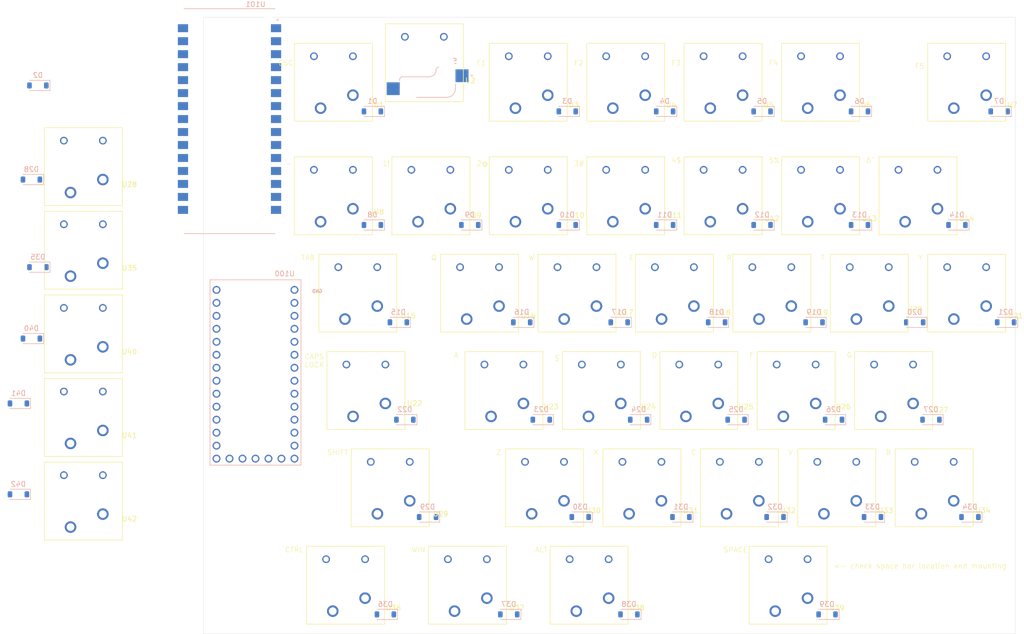
<source format=kicad_pcb>
(kicad_pcb (version 20240108) (generator "pcbnew") (generator_version "8.0")
  (layers (0 "F.Cu" signal) (31 "B.Cu" signal) (34 "B.Paste" user) (35 "F.Paste" user) (36 "B.SilkS" user "B.Silkscreen") (37 "F.SilkS" user "F.Silkscreen") (38 "B.Mask" user) (39 "F.Mask" user) (44 "Edge.Cuts" user))
  (net 0 "")
  (net 1 "/row0")
  (net 2 "/row1")
  (net 3 "/row2")
  (net 4 "Net-(D2-A)")
  (net 5 "/row3")
  (net 6 "Net-(D3-A)")
  (net 7 "Net-(D4-A)")
  (net 8 "/row4")
  (net 9 "/row5")
  (net 10 "Net-(D5-A)")
  (net 11 "Net-(D6-A)")
  (net 12 "/col0")
  (net 13 "Net-(D7-A)")
  (net 14 "/col1")
  (net 15 "Net-(D8-A)")
  (net 16 "/col2")
  (net 17 "/col3")
  (net 18 "/col4")
  (net 19 "/col5")
  (net 20 "Net-(D9-A)")
  (net 21 "Net-(D10-A)")
  (net 22 "/col6")
  (net 23 "Net-(D11-A)")
  (net 24 "Net-(D12-A)")
  (net 25 "Net-(D13-A)")
  (net 26 "Net-(D14-A)")
  (net 27 "Net-(D15-A)")
  (net 28 "Net-(D16-A)")
  (net 29 "Net-(D17-A)")
  (net 30 "Net-(D18-A)")
  (net 31 "Net-(D19-A)")
  (net 32 "Net-(D20-A)")
  (net 33 "Net-(D21-A)")
  (net 34 "Net-(D22-A)")
  (net 35 "Net-(D23-A)")
  (net 36 "Net-(D24-A)")
  (net 37 "Net-(D25-A)")
  (net 38 "Net-(D26-A)")
  (net 39 "Net-(D27-A)")
  (net 73 "Net-(D1-A)")
  (net 74 "Net-(D28-A)")
  (net 75 "Net-(D29-A)")
  (net 76 "Net-(D30-A)")
  (net 77 "Net-(D31-A)")
  (net 86 "Net-(U101-GND-Pad14)")
  (net 94 "Net-(U101-~{RESET}-Pad13)")
  (net 106 "Net-(D32-A)")
  (net 107 "Net-(D33-A)")
  (net 108 "Net-(D34-A)")
  (net 109 "Net-(D35-A)")
  (net 110 "Net-(D36-A)")
  (net 111 "Net-(D37-A)")
  (net 112 "Net-(D38-A)")
  (net 113 "Net-(D39-A)")
  (net 114 "Net-(D40-A)")
  (net 115 "Net-(D41-A)")
  (net 116 "Net-(D42-A)")
  (footprint "pedrolib:CHERRY_MX1A-11NN_SWITCH" (layer "F.Cu") (at 160.3375 92.075 180)
    (property "Reference" "U27" (at -9.2075 -3.81 0) (layer "F.SilkS"))
    (property "Value" "MX1A-11NN")
    (pad "" np_thru_hole circle (at -5 0 180) (size 1.7 1.7) (drill 1.7) (layers "*.Cu" "*.Mask"))
    (pad "" np_thru_hole circle (at 0 0 180) (size 3.9878 3.9878) (drill 3.9878) (layers "*.Cu" "*.Mask"))
    (pad "" np_thru_hole circle (at 5 0 180) (size 1.7 1.7) (drill 1.7) (layers "*.Cu" "*.Mask"))
    (pad "BR1" thru_hole circle (at -3.81 5.08 180) (size 1.508 1.508) (drill 1) (layers "*.Cu" "*.Mask"))
    (pad "BR2" thru_hole circle (at 3.81 5.08 180) (size 1.508 1.508) (drill 1) (layers "*.Cu" "*.Mask"))
    (pad "P$1" thru_hole circle (at 2.51 -5.08 180) (size 2.25 2.25) (drill 1.5) (layers "*.Cu" "*.Mask") (net 39 "Net-(D27-A)"))
    (pad "P$2" thru_hole circle (at -3.81 -2.54 180) (size 2.25 2.25) (drill 1.5) (layers "*.Cu" "*.Mask") (net 19 "/col5"))
  )
  (footprint "pedrolib:CHERRY_MX1A-11NN_SWITCH" (layer "F.Cu") (at 107.95 31.75 180)
    (property "Reference" "U4" (at -8.89 -4.445 0) (layer "F.SilkS"))
    (property "Value" "MX1A-11NN")
    (pad "" np_thru_hole circle (at -5 0 180) (size 1.7 1.7) (drill 1.7) (layers "*.Cu" "*.Mask"))
    (pad "" np_thru_hole circle (at 0 0 180) (size 3.9878 3.9878) (drill 3.9878) (layers "*.Cu" "*.Mask"))
    (pad "" np_thru_hole circle (at 5 0 180) (size 1.7 1.7) (drill 1.7) (layers "*.Cu" "*.Mask"))
    (pad "BR1" thru_hole circle (at -3.81 5.08 180) (size 1.508 1.508) (drill 1) (layers "*.Cu" "*.Mask"))
    (pad "BR2" thru_hole circle (at 3.81 5.08 180) (size 1.508 1.508) (drill 1) (layers "*.Cu" "*.Mask"))
    (pad "P$1" thru_hole circle (at 2.51 -5.08 180) (size 2.25 2.25) (drill 1.5) (layers "*.Cu" "*.Mask") (net 7 "Net-(D4-A)"))
    (pad "P$2" thru_hole circle (at -3.81 -2.54 180) (size 2.25 2.25) (drill 1.5) (layers "*.Cu" "*.Mask") (net 17 "/col3"))
  )
  (footprint "pedrolib:CHERRY_MX1A-11NN_SWITCH" (layer "F.Cu") (at 103.1875 92.075 180)
    (property "Reference" "U24" (at -9.2075 -3.175 0) (layer "F.SilkS"))
    (property "Value" "MX1A-11NN")
    (pad "" np_thru_hole circle (at -5 0 180) (size 1.7 1.7) (drill 1.7) (layers "*.Cu" "*.Mask"))
    (pad "" np_thru_hole circle (at 0 0 180) (size 3.9878 3.9878) (drill 3.9878) (layers "*.Cu" "*.Mask"))
    (pad "" np_thru_hole circle (at 5 0 180) (size 1.7 1.7) (drill 1.7) (layers "*.Cu" "*.Mask"))
    (pad "BR1" thru_hole circle (at -3.81 5.08 180) (size 1.508 1.508) (drill 1) (layers "*.Cu" "*.Mask"))
    (pad "BR2" thru_hole circle (at 3.81 5.08 180) (size 1.508 1.508) (drill 1) (layers "*.Cu" "*.Mask"))
    (pad "P$1" thru_hole circle (at 2.51 -5.08 180) (size 2.25 2.25) (drill 1.5) (layers "*.Cu" "*.Mask") (net 36 "Net-(D24-A)"))
    (pad "P$2" thru_hole circle (at -3.81 -2.54 180) (size 2.25 2.25) (drill 1.5) (layers "*.Cu" "*.Mask") (net 16 "/col2"))
  )
  (footprint "pedrolib:CHERRY_MX1A-11NN_SWITCH" (layer "F.Cu") (at 88.9 31.75 180)
    (property "Reference" "U3" (at -8.89 -4.445 0) (layer "F.SilkS"))
    (property "Value" "MX1A-11NN")
    (pad "" np_thru_hole circle (at -5 0 180) (size 1.7 1.7) (drill 1.7) (layers "*.Cu" "*.Mask"))
    (pad "" np_thru_hole circle (at 0 0 180) (size 3.9878 3.9878) (drill 3.9878) (layers "*.Cu" "*.Mask"))
    (pad "" np_thru_hole circle (at 5 0 180) (size 1.7 1.7) (drill 1.7) (layers "*.Cu" "*.Mask"))
    (pad "BR1" thru_hole circle (at -3.81 5.08 180) (size 1.508 1.508) (drill 1) (layers "*.Cu" "*.Mask"))
    (pad "BR2" thru_hole circle (at 3.81 5.08 180) (size 1.508 1.508) (drill 1) (layers "*.Cu" "*.Mask"))
    (pad "P$1" thru_hole circle (at 2.51 -5.08 180) (size 2.25 2.25) (drill 1.5) (layers "*.Cu" "*.Mask") (net 6 "Net-(D3-A)"))
    (pad "P$2" thru_hole circle (at -3.81 -2.54 180) (size 2.25 2.25) (drill 1.5) (layers "*.Cu" "*.Mask") (net 16 "/col2"))
  )
  (footprint "pedrolib:CHERRY_MX1A-11NN_SWITCH" (layer "F.Cu") (at 1.905 113.728 180)
    (property "Reference" "U42" (at -9 -3.5 0) (layer "F.SilkS"))
    (property "Value" "MX1A-11NN")
    (pad "" np_thru_hole circle (at -5 0 180) (size 1.7 1.7) (drill 1.7) (layers "*.Cu" "*.Mask"))
    (pad "" np_thru_hole circle (at 0 0 180) (size 3.9878 3.9878) (drill 3.9878) (layers "*.Cu" "*.Mask"))
    (pad "" np_thru_hole circle (at 5 0 180) (size 1.7 1.7) (drill 1.7) (layers "*.Cu" "*.Mask"))
    (pad "BR1" thru_hole circle (at -3.81 5.08 180) (size 1.508 1.508) (drill 1) (layers "*.Cu" "*.Mask"))
    (pad "BR2" thru_hole circle (at 3.81 5.08 180) (size 1.508 1.508) (drill 1) (layers "*.Cu" "*.Mask"))
    (pad "P$1" thru_hole circle (at 2.51 -5.08 180) (size 2.25 2.25) (drill 1.5) (layers "*.Cu" "*.Mask") (net 116 "Net-(D42-A)"))
    (pad "P$2" thru_hole circle (at -3.81 -2.54 180) (size 2.25 2.25) (drill 1.5) (layers "*.Cu" "*.Mask") (net 22 "/col6"))
  )
  (footprint "pedrolib:CHERRY_MX1A-11NN_SWITCH" (layer "F.Cu") (at 68.58 27.94 180)
    (property "Reference" "U2" (at -9 -3.5 0) (layer "F.SilkS"))
    (property "Value" "MX1A-11NN")
    (pad "" np_thru_hole circle (at -5 0 180) (size 1.7 1.7) (drill 1.7) (layers "*.Cu" "*.Mask"))
    (pad "" np_thru_hole circle (at 0 0 180) (size 3.9878 3.9878) (drill 3.9878) (layers "*.Cu" "*.Mask"))
    (pad "" np_thru_hole circle (at 5 0 180) (size 1.7 1.7) (drill 1.7) (layers "*.Cu" "*.Mask"))
    (pad "BR1" thru_hole circle (at -3.81 5.08 180) (size 1.508 1.508) (drill 1) (layers "*.Cu" "*.Mask"))
    (pad "BR2" thru_hole circle (at 3.81 5.08 180) (size 1.508 1.508) (drill 1) (layers "*.Cu" "*.Mask"))
    (pad "P$1" thru_hole circle (at 2.51 -5.08 180) (size 2.25 2.25) (drill 1.5) (layers "*.Cu" "*.Mask") (net 4 "Net-(D2-A)"))
    (pad "P$2" thru_hole circle (at -3.81 -2.54 180) (size 2.25 2.25) (drill 1.5) (layers "*.Cu" "*.Mask") (net 14 "/col1"))
  )
  (footprint "pedrolib:CHERRY_MX1A-11NN_SWITCH" (layer "F.Cu") (at 76.99375 130.175 180)
    (property "Reference" "U37" (at -9.68375 -4.445 0) (layer "F.SilkS"))
    (property "Value" "MX1A-11NN")
    (pad "" np_thru_hole circle (at -5 0 180) (size 1.7 1.7) (drill 1.7) (layers "*.Cu" "*.Mask"))
    (pad "" np_thru_hole circle (at 0 0 180) (size 3.9878 3.9878) (drill 3.9878) (layers "*.Cu" "*.Mask"))
    (pad "" np_thru_hole circle (at 5 0 180) (size 1.7 1.7) (drill 1.7) (layers "*.Cu" "*.Mask"))
    (pad "BR1" thru_hole circle (at -3.81 5.08 180) (size 1.508 1.508) (drill 1) (layers "*.Cu" "*.Mask"))
    (pad "BR2" thru_hole circle (at 3.81 5.08 180) (size 1.508 1.508) (drill 1) (layers "*.Cu" "*.Mask"))
    (pad "P$1" thru_hole circle (at 2.51 -5.08 180) (size 2.25 2.25) (drill 1.5) (layers "*.Cu" "*.Mask") (net 111 "Net-(D37-A)"))
    (pad "P$2" thru_hole circle (at -3.81 -2.54 180) (size 2.25 2.25) (drill 1.5) (layers "*.Cu" "*.Mask") (net 14 "/col1"))
  )
  (footprint "pedrolib:CHERRY_MX1A-11NN_SWITCH" (layer "F.Cu") (at 1.905 80.994 180)
    (property "Reference" "U40" (at -9 -3.5 0) (layer "F.SilkS"))
    (property "Value" "MX1A-11NN")
    (pad "" np_thru_hole circle (at -5 0 180) (size 1.7 1.7) (drill 1.7) (layers "*.Cu" "*.Mask"))
    (pad "" np_thru_hole circle (at 0 0 180) (size 3.9878 3.9878) (drill 3.9878) (layers "*.Cu" "*.Mask"))
    (pad "" np_thru_hole circle (at 5 0 180) (size 1.7 1.7) (drill 1.7) (layers "*.Cu" "*.Mask"))
    (pad "BR1" thru_hole circle (at -3.81 5.08 180) (size 1.508 1.508) (drill 1) (layers "*.Cu" "*.Mask"))
    (pad "BR2" thru_hole circle (at 3.81 5.08 180) (size 1.508 1.508) (drill 1) (layers "*.Cu" "*.Mask"))
    (pad "P$1" thru_hole circle (at 2.51 -5.08 180) (size 2.25 2.25) (drill 1.5) (layers "*.Cu" "*.Mask") (net 114 "Net-(D40-A)"))
    (pad "P$2" thru_hole circle (at -3.81 -2.54 180) (size 2.25 2.25) (drill 1.5) (layers "*.Cu" "*.Mask") (net 18 "/col4"))
  )
  (footprint "pedrolib:CHERRY_MX1A-11NN_SWITCH" (layer "F.Cu") (at 1.905 64.627 180)
    (property "Reference" "U35" (at -9 -3.5 0) (layer "F.SilkS"))
    (property "Value" "MX1A-11NN")
    (pad "" np_thru_hole circle (at -5 0 180) (size 1.7 1.7) (drill 1.7) (layers "*.Cu" "*.Mask"))
    (pad "" np_thru_hole circle (at 0 0 180) (size 3.9878 3.9878) (drill 3.9878) (layers "*.Cu" "*.Mask"))
    (pad "" np_thru_hole circle (at 5 0 180) (size 1.7 1.7) (drill 1.7) (layers "*.Cu" "*.Mask"))
    (pad "BR1" thru_hole circle (at -3.81 5.08 180) (size 1.508 1.508) (drill 1) (layers "*.Cu" "*.Mask"))
    (pad "BR2" thru_hole circle (at 3.81 5.08 180) (size 1.508 1.508) (drill 1) (layers "*.Cu" "*.Mask"))
    (pad "P$1" thru_hole circle (at 2.51 -5.08 180) (size 2.25 2.25) (drill 1.5) (layers "*.Cu" "*.Mask") (net 109 "Net-(D35-A)"))
    (pad "P$2" thru_hole circle (at -3.81 -2.54 180) (size 2.25 2.25) (drill 1.5) (layers "*.Cu" "*.Mask") (net 22 "/col6"))
  )
  (footprint "pedrolib:CHERRY_MX1A-11NN_SWITCH" (layer "F.Cu") (at 174.625 73.025 180)
    (property "Reference" "U21" (at -9.525 -4.445 0) (layer "F.SilkS"))
    (property "Value" "MX1A-11NN")
    (pad "" np_thru_hole circle (at -5 0 180) (size 1.7 1.7) (drill 1.7) (layers "*.Cu" "*.Mask"))
    (pad "" np_thru_hole circle (at 0 0 180) (size 3.9878 3.9878) (drill 3.9878) (layers "*.Cu" "*.Mask"))
    (pad "" np_thru_hole circle (at 5 0 180) (size 1.7 1.7) (drill 1.7) (layers "*.Cu" "*.Mask"))
    (pad "BR1" thru_hole circle (at -3.81 5.08 180) (size 1.508 1.508) (drill 1) (layers "*.Cu" "*.Mask"))
    (pad "BR2" thru_hole circle (at 3.81 5.08 180) (size 1.508 1.508) (drill 1) (layers "*.Cu" "*.Mask"))
    (pad "P$1" thru_hole circle (at 2.51 -5.08 180) (size 2.25 2.25) (drill 1.5) (layers "*.Cu" "*.Mask") (net 33 "Net-(D21-A)"))
    (pad "P$2" thru_hole circle (at -3.81 -2.54 180) (size 2.25 2.25) (drill 1.5) (layers "*.Cu" "*.Mask") (net 22 "/col6"))
  )
  (footprint "pedrolib:CHERRY_MX1A-11NN_SWITCH" (layer "F.Cu") (at 84.1375 92.075 180)
    (property "Reference" "U23" (at -9.2075 -3.175 0) (layer "F.SilkS"))
    (property "Value" "MX1A-11NN")
    (pad "" np_thru_hole circle (at -5 0 180) (size 1.7 1.7) (drill 1.7) (layers "*.Cu" "*.Mask"))
    (pad "" np_thru_hole circle (at 0 0 180) (size 3.9878 3.9878) (drill 3.9878) (layers "*.Cu" "*.Mask"))
    (pad "" np_thru_hole circle (at 5 0 180) (size 1.7 1.7) (drill 1.7) (layers "*.Cu" "*.Mask"))
    (pad "BR1" thru_hole circle (at -3.81 5.08 180) (size 1.508 1.508) (drill 1) (layers "*.Cu" "*.Mask"))
    (pad "BR2" thru_hole circle (at 3.81 5.08 180) (size 1.508 1.508) (drill 1) (layers "*.Cu" "*.Mask"))
    (pad "P$1" thru_hole circle (at 2.51 -5.08 180) (size 2.25 2.25) (drill 1.5) (layers "*.Cu" "*.Mask") (net 35 "Net-(D23-A)"))
    (pad "P$2" thru_hole circle (at -3.81 -2.54 180) (size 2.25 2.25) (drill 1.5) (layers "*.Cu" "*.Mask") (net 14 "/col1"))
  )
  (footprint "pedrolib:CHERRY_MX1A-11NN_SWITCH" (layer "F.Cu") (at 1.905 48.26 180)
    (property "Reference" "U28" (at -9 -3.5 0) (layer "F.SilkS"))
    (property "Value" "MX1A-11NN")
    (pad "" np_thru_hole circle (at -5 0 180) (size 1.7 1.7) (drill 1.7) (layers "*.Cu" "*.Mask"))
    (pad "" np_thru_hole circle (at 0 0 180) (size 3.9878 3.9878) (drill 3.9878) (layers "*.Cu" "*.Mask"))
    (pad "" np_thru_hole circle (at 5 0 180) (size 1.7 1.7) (drill 1.7) (layers "*.Cu" "*.Mask"))
    (pad "BR1" thru_hole circle (at -3.81 5.08 180) (size 1.508 1.508) (drill 1) (layers "*.Cu" "*.Mask"))
    (pad "BR2" thru_hole circle (at 3.81 5.08 180) (size 1.508 1.508) (drill 1) (layers "*.Cu" "*.Mask"))
    (pad "P$1" thru_hole circle (at 2.51 -5.08 180) (size 2.25 2.25) (drill 1.5) (layers "*.Cu" "*.Mask") (net 74 "Net-(D28-A)"))
    (pad "P$2" thru_hole circle (at -3.81 -2.54 180) (size 2.25 2.25) (drill 1.5) (layers "*.Cu" "*.Mask") (net 22 "/col6"))
  )
  (footprint "pedrolib:CHERRY_MX1A-11NN_SWITCH" (layer "F.Cu") (at 53.18125 130.175 180)
    (property "Reference" "U36" (at -9.36625 -4.445 0) (layer "F.SilkS"))
    (property "Value" "MX1A-11NN")
    (pad "" np_thru_hole circle (at -5 0 180) (size 1.7 1.7) (drill 1.7) (layers "*.Cu" "*.Mask"))
    (pad "" np_thru_hole circle (at 0 0 180) (size 3.9878 3.9878) (drill 3.9878) (layers "*.Cu" "*.Mask"))
    (pad "" np_thru_hole circle (at 5 0 180) (size 1.7 1.7) (drill 1.7) (layers "*.Cu" "*.Mask"))
    (pad "BR1" thru_hole circle (at -3.81 5.08 180) (size 1.508 1.508) (drill 1) (layers "*.Cu" "*.Mask"))
    (pad "BR2" thru_hole circle (at 3.81 5.08 180) (size 1.508 1.508) (drill 1) (layers "*.Cu" "*.Mask"))
    (pad "P$1" thru_hole circle (at 2.51 -5.08 180) (size 2.25 2.25) (drill 1.5) (layers "*.Cu" "*.Mask") (net 110 "Net-(D36-A)"))
    (pad "P$2" thru_hole circle (at -3.81 -2.54 180) (size 2.25 2.25) (drill 1.5) (layers "*.Cu" "*.Mask") (net 12 "/col0"))
  )
  (footprint "pedrolib:CHERRY_MX1A-11NN_SWITCH" (layer "F.Cu") (at 127 31.75 180)
    (property "Reference" "U5" (at -8.89 -4.445 0) (layer "F.SilkS"))
    (property "Value" "MX1A-11NN")
    (pad "" np_thru_hole circle (at -5 0 180) (size 1.7 1.7) (drill 1.7) (layers "*.Cu" "*.Mask"))
    (pad "" np_thru_hole circle (at 0 0 180) (size 3.9878 3.9878) (drill 3.9878) (layers "*.Cu" "*.Mask"))
    (pad "" np_thru_hole circle (at 5 0 180) (size 1.7 1.7) (drill 1.7) (layers "*.Cu" "*.Mask"))
    (pad "BR1" thru_hole circle (at -3.81 5.08 180) (size 1.508 1.508) (drill 1) (layers "*.Cu" "*.Mask"))
    (pad "BR2" thru_hole circle (at 3.81 5.08 180) (size 1.508 1.508) (drill 1) (layers "*.Cu" "*.Mask"))
    (pad "P$1" thru_hole circle (at 2.51 -5.08 180) (size 2.25 2.25) (drill 1.5) (layers "*.Cu" "*.Mask") (net 10 "Net-(D5-A)"))
    (pad "P$2" thru_hole circle (at -3.81 -2.54 180) (size 2.25 2.25) (drill 1.5) (layers "*.Cu" "*.Mask") (net 18 "/col4"))
  )
  (footprint "pedrolib:CHERRY_MX1A-11NN_SWITCH" (layer "F.Cu") (at 111.125 111.125 180)
    (property "Reference" "U31" (at -9.525 -4.445 0) (layer "F.SilkS"))
    (property "Value" "MX1A-11NN")
    (pad "" np_thru_hole circle (at -5 0 180) (size 1.7 1.7) (drill 1.7) (layers "*.Cu" "*.Mask"))
    (pad "" np_thru_hole circle (at 0 0 180) (size 3.9878 3.9878) (drill 3.9878) (layers "*.Cu" "*.Mask"))
    (pad "" np_thru_hole circle (at 5 0 180) (size 1.7 1.7) (drill 1.7) (layers "*.Cu" "*.Mask"))
    (pad "BR1" thru_hole circle (at -3.81 5.08 180) (size 1.508 1.508) (drill 1) (layers "*.Cu" "*.Mask"))
    (pad "BR2" thru_hole circle (at 3.81 5.08 180) (size 1.508 1.508) (drill 1) (layers "*.Cu" "*.Mask"))
    (pad "P$1" thru_hole circle (at 2.51 -5.08 180) (size 2.25 2.25) (drill 1.5) (layers "*.Cu" "*.Mask") (net 77 "Net-(D31-A)"))
    (pad "P$2" thru_hole circle (at -3.81 -2.54 180) (size 2.25 2.25) (drill 1.5) (layers "*.Cu" "*.Mask") (net 16 "/col2"))
  )
  (footprint "pedrolib:CHERRY_MX1A-11NN_SWITCH" (layer "F.Cu") (at 57.15 92.075 180)
    (property "Reference" "U22" (at -9.525 -2.54 0) (layer "F.SilkS"))
    (property "Value" "MX1A-11NN")
    (pad "" np_thru_hole circle (at -5 0 180) (size 1.7 1.7) (drill 1.7) (layers "*.Cu" "*.Mask"))
    (pad "" np_thru_hole circle (at 0 0 180) (size 3.9878 3.9878) (drill 3.9878) (layers "*.Cu" "*.Mask"))
    (pad "" np_thru_hole circle (at 5 0 180) (size 1.7 1.7) (drill 1.7) (layers "*.Cu" "*.Mask"))
    (pad "BR1" thru_hole circle (at -3.81 5.08 180) (size 1.508 1.508) (drill 1) (layers "*.Cu" "*.Mask"))
    (pad "BR2" thru_hole circle (at 3.81 5.08 180) (size 1.508 1.508) (drill 1) (layers "*.Cu" "*.Mask"))
    (pad "P$1" thru_hole circle (at 2.51 -5.08 180) (size 2.25 2.25) (drill 1.5) (layers "*.Cu" "*.Mask") (net 34 "Net-(D22-A)"))
    (pad "P$2" thru_hole circle (at -3.81 -2.54 180) (size 2.25 2.25) (drill 1.5) (layers "*.Cu" "*.Mask") (net 12 "/col0"))
  )
  (footprint "pedrolib:CHERRY_MX1A-11NN_SWITCH" (layer "F.Cu") (at 130.175 111.125 180)
    (property "Reference" "U32" (at -9.525 -4.445 0) (layer "F.SilkS"))
    (property "Value" "MX1A-11NN")
    (pad "" np_thru_hole circle (at -5 0 180) (size 1.7 1.7) (drill 1.7) (layers "*.Cu" "*.Mask"))
    (pad "" np_thru_hole circle (at 0 0 180) (size 3.9878 3.9878) (drill 3.9878) (layers "*.Cu" "*.Mask"))
    (pad "" np_thru_hole circle (at 5 0 180) (size 1.7 1.7) (drill 1.7) (layers "*.Cu" "*.Mask"))
    (pad "BR1" thru_hole circle (at -3.81 5.08 180) (size 1.508 1.508) (drill 1) (layers "*.Cu" "*.Mask"))
    (pad "BR2" thru_hole circle (at 3.81 5.08 180) (size 1.508 1.508) (drill 1) (layers "*.Cu" "*.Mask"))
    (pad "P$1" thru_hole circle (at 2.51 -5.08 180) (size 2.25 2.25) (drill 1.5) (layers "*.Cu" "*.Mask") (net 106 "Net-(D32-A)"))
    (pad "P$2" thru_hole circle (at -3.81 -2.54 180) (size 2.25 2.25) (drill 1.5) (layers "*.Cu" "*.Mask") (net 17 "/col3"))
  )
  (footprint "pedrolib:CHERRY_MX1A-11NN_SWITCH" (layer "F.Cu") (at 61.9125 111.125 180)
    (property "Reference" "U29" (at -9.8425 -5.08 0) (layer "F.SilkS"))
    (property "Value" "MX1A-11NN")
    (pad "" np_thru_hole circle (at -5 0 180) (size 1.7 1.7) (drill 1.7) (layers "*.Cu" "*.Mask"))
    (pad "" np_thru_hole circle (at 0 0 180) (size 3.9878 3.9878) (drill 3.9878) (layers "*.Cu" "*.Mask"))
    (pad "" np_thru_hole circle (at 5 0 180) (size 1.7 1.7) (drill 1.7) (layers "*.Cu" "*.Mask"))
    (pad "BR1" thru_hole circle (at -3.81 5.08 180) (size 1.508 1.508) (drill 1) (layers "*.Cu" "*.Mask"))
    (pad "BR2" thru_hole circle (at 3.81 5.08 180) (size 1.508 1.508) (drill 1) (layers "*.Cu" "*.Mask"))
    (pad "P$1" thru_hole circle (at 2.51 -5.08 180) (size 2.25 2.25) (drill 1.5) (layers "*.Cu" "*.Mask") (net 75 "Net-(D29-A)"))
    (pad "P$2" thru_hole circle (at -3.81 -2.54 180) (size 2.25 2.25) (drill 1.5) (layers "*.Cu" "*.Mask") (net 12 "/col0"))
  )
  (footprint "pedrolib:CHERRY_MX1A-11NN_SWITCH" (layer "F.Cu") (at 79.375 73.025 180)
    (property "Reference" "U16" (at -9.525 -4.445 0) (layer "F.SilkS"))
    (property "Value" "MX1A-11NN")
    (pad "" np_thru_hole circle (at -5 0 180) (size 1.7 1.7) (drill 1.7) (layers "*.Cu" "*.Mask"))
    (pad "" np_thru_hole circle (at 0 0 180) (size 3.9878 3.9878) (drill 3.9878) (layers "*.Cu" "*.Mask"))
    (pad "" np_thru_hole circle (at 5 0 180) (size 1.7 1.7) (drill 1.7) (layers "*.Cu" "*.Mask"))
    (pad "BR1" thru_hole circle (at -3.81 5.08 180) (size 1.508 1.508) (drill 1) (layers "*.Cu" "*.Mask"))
    (pad "BR2" thru_hole circle (at 3.81 5.08 180) (size 1.508 1.508) (drill 1) (layers "*.Cu" "*.Mask"))
    (pad "P$1" thru_hole circle (at 2.51 -5.08 180) (size 2.25 2.25) (drill 1.5) (layers "*.Cu" "*.Mask") (net 28 "Net-(D16-A)"))
    (pad "P$2" thru_hole circle (at -3.81 -2.54 180) (size 2.25 2.25) (drill 1.5) (layers "*.Cu" "*.Mask") (net 14 "/col1"))
  )
  (footprint "pedrolib:CHERRY_MX1A-11NN_SWITCH" (layer "F.Cu") (at 174.625 31.75 180)
    (property "Reference" "U7" (at -8.89 -4.445 0) (layer "F.SilkS"))
    (property "Value" "MX1A-11NN")
    (pad "" np_thru_hole circle (at -5 0 180) (size 1.7 1.7) (drill 1.7) (layers "*.Cu" "*.Mask"))
    (pad "" np_thru_hole circle (at 0 0 180) (size 3.9878 3.9878) (drill 3.9878) (layers "*.Cu" "*.Mask"))
    (pad "" np_thru_hole circle (at 5 0 180) (size 1.7 1.7) (drill 1.7) (layers "*.Cu" "*.Mask"))
    (pad "BR1" thru_hole circle (at -3.81 5.08 180) (size 1.508 1.508) (drill 1) (layers "*.Cu" "*.Mask"))
    (pad "BR2" thru_hole circle (at 3.81 5.08 180) (size 1.508 1.508) (drill 1) (layers "*.Cu" "*.Mask"))
    (pad "P$1" thru_hole circle (at 2.51 -5.08 180) (size 2.25 2.25) (drill 1.5) (layers "*.Cu" "*.Mask") (net 13 "Net-(D7-A)"))
    (pad "P$2" thru_hole circle (at -3.81 -2.54 180) (size 2.25 2.25) (drill 1.5) (layers "*.Cu" "*.Mask") (net 22 "/col6"))
  )
  (footprint "pedrolib:CHERRY_MX1A-11NN_SWITCH" (layer "F.Cu") (at 50.8 31.75 180)
    (property "Reference" "U1" (at -8.89 -4.445 0) (layer "F.SilkS"))
    (property "Value" "MX1A-11NN")
    (pad "" np_thru_hole circle (at -5 0 180) (size 1.7 1.7) (drill 1.7) (layers "*.Cu" "*.Mask"))
    (pad "" np_thru_hole circle (at 0 0 180) (size 3.9878 3.9878) (drill 3.9878) (layers "*.Cu" "*.Mask"))
    (pad "" np_thru_hole circle (at 5 0 180) (size 1.7 1.7) (drill 1.7) (layers "*.Cu" "*.Mask"))
    (pad "BR1" thru_hole circle (at -3.81 5.08 180) (size 1.508 1.508) (drill 1) (layers "*.Cu" "*.Mask"))
    (pad "BR2" thru_hole circle (at 3.81 5.08 180) (size 1.508 1.508) (drill 1) (layers "*.Cu" "*.Mask"))
    (pad "P$1" thru_hole circle (at 2.51 -5.08 180) (size 2.25 2.25) (drill 1.5) (layers "*.Cu" "*.Mask") (net 73 "Net-(D1-A)"))
    (pad "P$2" thru_hole circle (at -3.81 -2.54 180) (size 2.25 2.25) (drill 1.5) (layers "*.Cu" "*.Mask") (net 12 "/col0"))
  )
  (footprint "pedrolib:CHERRY_MX1A-11NN_SWITCH" (layer "F.Cu") (at 50.8 53.975 180)
    (property "Reference" "U8" (at -8.89 -3.175 0) (layer "F.SilkS"))
    (property "Value" "MX1A-11NN")
    (pad "" np_thru_hole circle (at -5 0 180) (size 1.7 1.7) (drill 1.7) (layers "*.Cu" "*.Mask"))
    (pad "" np_thru_hole circle (at 0 0 180) (size 3.9878 3.9878) (drill 3.9878) (layers "*.Cu" "*.Mask"))
    (pad "" np_thru_hole circle (at 5 0 180) (size 1.7 1.7) (drill 1.7) (layers "*.Cu" "*.Mask"))
    (pad "BR1" thru_hole circle (at -3.81 5.08 180) (size 1.508 1.508) (drill 1) (layers "*.Cu" "*.Mask"))
    (pad "BR2" thru_hole circle (at 3.81 5.08 180) (size 1.508 1.508) (drill 1) (layers "*.Cu" "*.Mask"))
    (pad "P$1" thru_hole circle (at 2.51 -5.08 180) (size 2.25 2.25) (drill 1.5) (layers "*.Cu" "*.Mask") (net 15 "Net-(D8-A)"))
    (pad "P$2" thru_hole circle (at -3.81 -2.54 180) (size 2.25 2.25) (drill 1.5) (layers "*.Cu" "*.Mask") (net 12 "/col0"))
  )
  (footprint "pedrolib:CHERRY_MX1A-11NN_SWITCH" (layer "F.Cu") (at 146.05 31.75 180)
    (property "Reference" "U6" (at -8.89 -4.445 0) (layer "F.SilkS"))
    (property "Value" "MX1A-11NN")
    (pad "" np_thru_hole circle (at -5 0 180) (size 1.7 1.7) (drill 1.7) (layers "*.Cu" "*.Mask"))
    (pad "" np_thru_hole circle (at 0 0 180) (size 3.9878 3.9878) (drill 3.9878) (layers "*.Cu" "*.Mask"))
    (pad "" np_thru_hole circle (at 5 0 180) (size 1.7 1.7) (drill 1.7) (layers "*.Cu" "*.Mask"))
    (pad "BR1" thru_hole circle (at -3.81 5.08 180) (size 1.508 1.508) (drill 1) (layers "*.Cu" "*.Mask"))
    (pad "BR2" thru_hole circle (at 3.81 5.08 180) (size 1.508 1.508) (drill 1) (layers "*.Cu" "*.Mask"))
    (pad "P$1" thru_hole circle (at 2.51 -5.08 180) (size 2.25 2.25) (drill 1.5) (layers "*.Cu" "*.Mask") (net 11 "Net-(D6-A)"))
    (pad "P$2" thru_hole circle (at -3.81 -2.54 180) (size 2.25 2.25) (drill 1.5) (layers "*.Cu" "*.Mask") (net 19 "/col5"))
  )
  (footprint "pedrolib:CHERRY_MX1A-11NN_SWITCH" (layer "F.Cu") (at 149.225 111.125 180)
    (property "Reference" "U33" (at -9.525 -4.445 0) (layer "F.SilkS"))
    (property "Value" "MX1A-11NN")
    (pad "" np_thru_hole circle (at -5 0 180) (size 1.7 1.7) (drill 1.7) (layers "*.Cu" "*.Mask"))
    (pad "" np_thru_hole circle (at 0 0 180) (size 3.9878 3.9878) (drill 3.9878) (layers "*.Cu" "*.Mask"))
    (pad "" np_thru_hole circle (at 5 0 180) (size 1.7 1.7) (drill 1.7) (layers "*.Cu" "*.Mask"))
    (pad "BR1" thru_hole circle (at -3.81 5.08 180) (size 1.508 1.508) (drill 1) (layers "*.Cu" "*.Mask"))
    (pad "BR2" thru_hole circle (at 3.81 5.08 180) (size 1.508 1.508) (drill 1) (layers "*.Cu" "*.Mask"))
    (pad "P$1" thru_hole circle (at 2.51 -5.08 180) (size 2.25 2.25) (drill 1.5) (layers "*.Cu" "*.Mask") (net 107 "Net-(D33-A)"))
    (pad "P$2" thru_hole circle (at -3.81 -2.54 180) (size 2.25 2.25) (drill 1.5) (layers "*.Cu" "*.Mask") (net 18 "/col4"))
  )
  (footprint "pedrolib:CHERRY_MX1A-11NN_SWITCH" (layer "F.Cu") (at 55.5625 73.025 180)
    (property "Reference" "U15" (at -9.8425 -4.445 0) (layer "F.SilkS"))
    (property "Value" "MX1A-11NN")
    (pad "" np_thru_hole circle (at -5 0 180) (size 1.7 1.7) (drill 1.7) (layers "*.Cu" "*.Mask"))
    (pad "" np_thru_hole circle (at 0 0 180) (size 3.9878 3.9878) (drill 3.9878) (layers "*.Cu" "*.Mask"))
    (pad "" np_thru_hole circle (at 5 0 180) (size 1.7 1.7) (drill 1.7) (layers "*.Cu" "*.Mask"))
    (pad "BR1" thru_hole circle (at -3.81 5.08 180) (size 1.508 1.508) (drill 1) (layers "*.Cu" "*.Mask"))
    (pad "BR2" thru_hole circle (at 3.81 5.08 180) (size 1.508 1.508) (drill 1) (layers "*.Cu" "*.Mask"))
    (pad "P$1" thru_hole circle (at 2.51 -5.08 180) (size 2.25 2.25) (drill 1.5) (layers "*.Cu" "*.Mask") (net 27 "Net-(D15-A)"))
    (pad "P$2" thru_hole circle (at -3.81 -2.54 180) (size 2.25 2.25) (drill 1.5) (layers "*.Cu" "*.Mask") (net 12 "/col0"))
  )
  (footprint "pedrolib:CHERRY_MX1A-11NN_SWITCH" (layer "F.Cu") (at 139.7 130.175 180)
    (property "Reference" "U39" (at -9.525 -4.445 0) (layer "F.SilkS"))
    (property "Value" "MX1A-11NN")
    (pad "" np_thru_hole circle (at -5 0 180) (size 1.7 1.7) (drill 1.7) (layers "*.Cu" "*.Mask"))
    (pad "" np_thru_hole circle (at 0 0 180) (size 3.9878 3.9878) (drill 3.9878) (layers "*.Cu" "*.Mask"))
    (pad "" np_thru_hole circle (at 5 0 180) (size 1.7 1.7) (drill 1.7) (layers "*.Cu" "*.Mask"))
    (pad "BR1" thru_hole circle (at -3.81 5.08 180) (size 1.508 1.508) (drill 1) (layers "*.Cu" "*.Mask"))
    (pad "BR2" thru_hole circle (at 3.81 5.08 180) (size 1.508 1.508) (drill 1) (layers "*.Cu" "*.Mask"))
    (pad "P$1" thru_hole circle (at 2.51 -5.08 180) (size 2.25 2.25) (drill 1.5) (layers "*.Cu" "*.Mask") (net 113 "Net-(D39-A)"))
    (pad "P$2" thru_hole circle (at -3.81 -2.54 180) (size 2.25 2.25) (drill 1.5) (layers "*.Cu" "*.Mask") (net 17 "/col3"))
  )
  (footprint "pedrolib:CHERRY_MX1A-11NN_SWITCH" (layer "F.Cu") (at 92.075 111.125 180)
    (property "Reference" "U30" (at -9.525 -4.445 0) (layer "F.SilkS"))
    (property "Value" "MX1A-11NN")
    (pad "" np_thru_hole circle (at -5 0 180) (size 1.7 1.7) (drill 1.7) (layers "*.Cu" "*.Mask"))
    (pad "" np_thru_hole circle (at 0 0 180) (size 3.9878 3.9878) (drill 3.9878) (layers "*.Cu" "*.Mask"))
    (pad "" np_thru_hole circle (at 5 0 180) (size 1.7 1.7) (drill 1.7) (layers "*.Cu" "*.Mask"))
    (pad "BR1" thru_hole circle (at -3.81 5.08 180) (size 1.508 1.508) (drill 1) (layers "*.Cu" "*.Mask"))
    (pad "BR2" thru_hole circle (at 3.81 5.08 180) (size 1.508 1.508) (drill 1) (layers "*.Cu" "*.Mask"))
    (pad "P$1" thru_hole circle (at 2.51 -5.08 180) (size 2.25 2.25) (drill 1.5) (layers "*.Cu" "*.Mask") (net 76 "Net-(D30-A)"))
    (pad "P$2" thru_hole circle (at -3.81 -2.54 180) (size 2.25 2.25) (drill 1.5) (layers "*.Cu" "*.Mask") (net 14 "/col1"))
  )
  (footprint "pedrolib:CHERRY_MX1A-11NN_SWITCH" (layer "F.Cu") (at 136.525 73.025 180)
    (property "Reference" "U19" (at -9.525 -3.81 0) (layer "F.SilkS"))
    (property "Value" "MX1A-11NN")
    (pad "" np_thru_hole circle (at -5 0 180) (size 1.7 1.7) (drill 1.7) (layers "*.Cu" "*.Mask"))
    (pad "" np_thru_hole circle (at 0 0 180) (size 3.9878 3.9878) (drill 3.9878) (layers "*.Cu" "*.Mask"))
    (pad "" np_thru_hole circle (at 5 0 180) (size 1.7 1.7) (drill 1.7) (layers "*.Cu" "*.Mask"))
    (pad "BR1" thru_hole circle (at -3.81 5.08 180) (size 1.508 1.508) (drill 1) (layers "*.Cu" "*.Mask"))
    (pad "BR2" thru_hole circle (at 3.81 5.08 180) (size 1.508 1.508) (drill 1) (layers "*.Cu" "*.Mask"))
    (pad "P$1" thru_hole circle (at 2.51 -5.08 180) (size 2.25 2.25) (drill 1.5) (layers "*.Cu" "*.Mask") (net 31 "Net-(D19-A)"))
    (pad "P$2" thru_hole circle (at -3.81 -2.54 180) (size 2.25 2.25) (drill 1.5) (layers "*.Cu" "*.Mask") (net 18 "/col4"))
  )
  (footprint "pedrolib:CHERRY_MX1A-11NN_SWITCH" (layer "F.Cu") (at 168.275 111.125 180)
    (property "Reference" "U34" (at -9.525 -4.445 0) (layer "F.SilkS"))
    (property "Value" "MX1A-11NN")
    (pad "" np_thru_hole circle (at -5 0 180) (size 1.7 1.7) (drill 1.7) (layers "*.Cu" "*.Mask"))
    (pad "" np_thru_hole circle (at 0 0 180) (size 3.9878 3.9878) (drill 3.9878) (layers "*.Cu" "*.Mask"))
    (pad "" np_thru_hole circle (at 5 0 180) (size 1.7 1.7) (drill 1.7) (layers "*.Cu" "*.Mask"))
    (pad "BR1" thru_hole circle (at -3.81 5.08 180) (size 1.508 1.508) (drill 1) (layers "*.Cu" "*.Mask"))
    (pad "BR2" thru_hole circle (at 3.81 5.08 180) (size 1.508 1.508) (drill 1) (layers "*.Cu" "*.Mask"))
    (pad "P$1" thru_hole circle (at 2.51 -5.08 180) (size 2.25 2.25) (drill 1.5) (layers "*.Cu" "*.Mask") (net 108 "Net-(D34-A)"))
    (pad "P$2" thru_hole circle (at -3.81 -2.54 180) (size 2.25 2.25) (drill 1.5) (layers "*.Cu" "*.Mask") (net 19 "/col5"))
  )
  (footprint "pedrolib:CHERRY_MX1A-11NN_SWITCH" (layer "F.Cu") (at 69.85 53.975 180)
    (property "Reference" "U9" (at -8.89 -3.81 0) (layer "F.SilkS"))
    (property "Value" "MX1A-11NN")
    (pad "" np_thru_hole circle (at -5 0 180) (size 1.7 1.7) (drill 1.7) (layers "*.Cu" "*.Mask"))
    (pad "" np_thru_hole circle (at 0 0 180) (size 3.9878 3.9878) (drill 3.9878) (layers "*.Cu" "*.Mask"))
    (pad "" np_thru_hole circle (at 5 0 180) (size 1.7 1.7) (drill 1.7) (layers "*.Cu" "*.Mask"))
    (pad "BR1" thru_hole circle (at -3.81 5.08 180) (size 1.508 1.508) (drill 1) (layers "*.Cu" "*.Mask"))
    (pad "BR2" thru_hole circle (at 3.81 5.08 180) (size 1.508 1.508) (drill 1) (layers "*.Cu" "*.Mask"))
    (pad "P$1" thru_hole circle (at 2.51 -5.08 180) (size 2.25 2.25) (drill 1.5) (layers "*.Cu" "*.Mask") (net 20 "Net-(D9-A)"))
    (pad "P$2" thru_hole circle (at -3.81 -2.54 180) (size 2.25 2.25) (drill 1.5) (layers "*.Cu" "*.Mask") (net 14 "/col1"))
  )
  (footprint "pedrolib:CHERRY_MX1A-11NN_SWITCH" (layer "F.Cu") (at 88.9 53.975 180)
    (property "Reference" "U10" (at -9.525 -3.81 0) (layer "F.SilkS"))
    (property "Value" "MX1A-11NN")
    (pad "" np_thru_hole circle (at -5 0 180) (size 1.7 1.7) (drill 1.7) (layers "*.Cu" "*.Mask"))
    (pad "" np_thru_hole circle (at 0 0 180) (size 3.9878 3.9878) (drill 3.9878) (layers "*.Cu" "*.Mask"))
    (pad "" np_thru_hole circle (at 5 0 180) (size 1.7 1.7) (drill 1.7) (layers "*.Cu" "*.Mask"))
    (pad "BR1" thru_hole circle (at -3.81 5.08 180) (size 1.508 1.508) (drill 1) (layers "*.Cu" "*.Mask"))
    (pad "BR2" thru_hole circle (at 3.81 5.08 180) (size 1.508 1.508) (drill 1) (layers "*.Cu" "*.Mask"))
    (pad "P$1" thru_hole circle (at 2.51 -5.08 180) (size 2.25 2.25) (drill 1.5) (layers "*.Cu" "*.Mask") (net 21 "Net-(D10-A)"))
    (pad "P$2" thru_hole circle (at -3.81 -2.54 180) (size 2.25 2.25) (drill 1.5) (layers "*.Cu" "*.Mask") (net 16 "/col2"))
  )
  (footprint "pedrolib:CHERRY_MX1A-11NN_SWITCH" (layer "F.Cu") (at 165.1 53.975 180)
    (property "Reference" "U14" (at -9.525 -4.445 0) (layer "F.SilkS"))
    (property "Value" "MX1A-11NN")
    (pad "" np_thru_hole circle (at -5 0 180) (size 1.7 1.7) (drill 1.7) (layers "*.Cu" "*.Mask"))
    (pad "" np_thru_hole circle (at 0 0 180) (size 3.9878 3.9878) (drill 3.9878) (layers "*.Cu" "*.Mask"))
    (pad "" np_thru_hole circle (at 5 0 180) (size 1.7 1.7) (drill 1.7) (layers "*.Cu" "*.Mask"))
    (pad "BR1" thru_hole circle (at -3.81 5.08 180) (size 1.508 1.508) (drill 1) (layers "*.Cu" "*.Mask"))
    (pad "BR2" thru_hole circle (at 3.81 5.08 180) (size 1.508 1.508) (drill 1) (layers "*.Cu" "*.Mask"))
    (pad "P$1" thru_hole circle (at 2.51 -5.08 180) (size 2.25 2.25) (drill 1.5) (layers "*.Cu" "*.Mask") (net 26 "Net-(D14-A)"))
    (pad "P$2" thru_hole circle (at -3.81 -2.54 180) (size 2.25 2.25) (drill 1.5) (layers "*.Cu" "*.Mask") (net 22 "/col6"))
  )
  (footprint "pedrolib:CHERRY_MX1A-11NN_SWITCH" (layer "F.Cu") (at 117.475 73.025 180)
    (property "Reference" "U18" (at -9.525 -3.81 0) (layer "F.SilkS"))
    (property "Value" "MX1A-11NN")
    (pad "" np_thru_hole circle (at -5 0 180) (size 1.7 1.7) (drill 1.7) (layers "*.Cu" "*.Mask"))
    (pad "" np_thru_hole circle (at 0 0 180) (size 3.9878 3.9878) (drill 3.9878) (layers "*.Cu" "*.Mask"))
    (pad "" np_thru_hole circle (at 5 0 180) (size 1.7 1.7) (drill 1.7) (layers "*.Cu" "*.Mask"))
    (pad "BR1" thru_hole circle (at -3.81 5.08 180) (size 1.508 1.508) (drill 1) (layers "*.Cu" "*.Mask"))
    (pad "BR2" thru_hole circle (at 3.81 5.08 180) (size 1.508 1.508) (drill 1) (layers "*.Cu" "*.Mask"))
    (pad "P$1" thru_hole circle (at 2.51 -5.08 180) (size 2.25 2.25) (drill 1.5) (layers "*.Cu" "*.Mask") (net 30 "Net-(D18-A)"))
    (pad "P$2" thru_hole circle (at -3.81 -2.54 180) (size 2.25 2.25) (drill 1.5) (layers "*.Cu" "*.Mask") (net 17 "/col3"))
  )
  (footprint "pedrolib:CHERRY_MX1A-11NN_SWITCH" (layer "F.Cu") (at 146.05 53.975 180)
    (property "Reference" "U13" (at -9.525 -4.445 0) (layer "F.SilkS"))
    (property "Value" "MX1A-11NN")
    (pad "" np_thru_hole circle (at -5 0 180) (size 1.7 1.7) (drill 1.7) (layers "*.Cu" "*.Mask"))
    (pad "" np_thru_hole circle (at 0 0 180) (size 3.9878 3.9878) (drill 3.9878) (layers "*.Cu" "*.Mask"))
    (pad "" np_thru_hole circle (at 5 0 180) (size 1.7 1.7) (drill 1.7) (layers "*.Cu" "*.Mask"))
    (pad "BR1" thru_hole circle (at -3.81 5.08 180) (size 1.508 1.508) (drill 1) (layers "*.Cu" "*.Mask"))
    (pad "BR2" thru_hole circle (at 3.81 5.08 180) (size 1.508 1.508) (drill 1) (layers "*.Cu" "*.Mask"))
    (pad "P$1" thru_hole circle (at 2.51 -5.08 180) (size 2.25 2.25) (drill 1.5) (layers "*.Cu" "*.Mask") (net 25 "Net-(D13-A)"))
    (pad "P$2" thru_hole circle (at -3.81 -2.54 180) (size 2.25 2.25) (drill 1.5) (layers "*.Cu" "*.Mask") (net 19 "/col5"))
  )
  (footprint "pedrolib:CHERRY_MX1A-11NN_SWITCH" (layer "F.Cu") (at 141.2875 92.075 180)
    (property "Reference" "U26" (at -9.2075 -3.175 0) (layer "F.SilkS"))
    (property "Value" "MX1A-11NN")
    (pad "" np_thru_hole circle (at -5 0 180) (size 1.7 1.7) (drill 1.7) (layers "*.Cu" "*.Mask"))
    (pad "" np_thru_hole circle (at 0 0 180) (size 3.9878 3.9878) (drill 3.9878) (layers "*.Cu" "*.Mask"))
    (pad "" np_thru_hole circle (at 5 0 180) (size 1.7 1.7) (drill 1.7) (layers "*.Cu" "*.Mask"))
    (pad "BR1" thru_hole circle (at -3.81 5.08 180) (size 1.508 1.508) (drill 1) (layers "*.Cu" "*.Mask"))
    (pad "BR2" thru_hole circle (at 3.81 5.08 180) (size 1.508 1.508) (drill 1) (layers "*.Cu" "*.Mask"))
    (pad "P$1" thru_hole circle (at 2.51 -5.08 180) (size 2.25 2.25) (drill 1.5) (layers "*.Cu" "*.Mask") (net 38 "Net-(D26-A)"))
    (pad "P$2" thru_hole circle (at -3.81 -2.54 180) (size 2.25 2.25) (drill 1.5) (layers "*.Cu" "*.Mask") (net 18 "/col4"))
  )
  (footprint "pedrolib:CHERRY_MX1A-11NN_SWITCH" (layer "F.Cu") (at 100.80625 130.175 180)
    (property "Reference" "U38" (at -9.36625 -4.445 0) (layer "F.SilkS"))
    (property "Value" "MX1A-11NN")
    (pad "" np_thru_hole circle (at -5 0 180) (size 1.7 1.7) (drill 1.7) (layers "*.Cu" "*.Mask"))
    (pad "" np_thru_hole circle (at 0 0 180) (size 3.9878 3.9878) (drill 3.9878) (layers "*.Cu" "*.Mask"))
    (pad "" np_thru_hole circle (at 5 0 180) (size 1.7 1.7) (drill 1.7) (layers "*.Cu" "*.Mask"))
    (pad "BR1" thru_hole circle (at -3.81 5.08 180) (size 1.508 1.508) (drill 1) (layers "*.Cu" "*.Mask"))
    (pad "BR2" thru_hole circle (at 3.81 5.08 180) (size 1.508 1.508) (drill 1) (layers "*.Cu" "*.Mask"))
    (pad "P$1" thru_hole circle (at 2.51 -5.08 180) (size 2.25 2.25) (drill 1.5) (layers "*.Cu" "*.Mask") (net 112 "Net-(D38-A)"))
    (pad "P$2" thru_hole circle (at -3.81 -2.54 180) (size 2.25 2.25) (drill 1.5) (layers "*.Cu" "*.Mask") (net 16 "/col2"))
  )
  (footprint "pedrolib:CHERRY_MX1A-11NN_SWITCH" (layer "F.Cu") (at 127 53.975 180)
    (property "Reference" "U12" (at -9.525 -4.445 0) (layer "F.SilkS"))
    (property "Value" "MX1A-11NN")
    (pad "" np_thru_hole circle (at -5 0 180) (size 1.7 1.7) (drill 1.7) (layers "*.Cu" "*.Mask"))
    (pad "" np_thru_hole circle (at 0 0 180) (size 3.9878 3.9878) (drill 3.9878) (layers "*.Cu" "*.Mask"))
    (pad "" np_thru_hole circle (at 5 0 180) (size 1.7 1.7) (drill 1.7) (layers "*.Cu" "*.Mask"))
    (pad "BR1" thru_hole circle (at -3.81 5.08 180) (size 1.508 1.508) (drill 1) (layers "*.Cu" "*.Mask"))
    (pad "BR2" thru_hole circle (at 3.81 5.08 180) (size 1.508 1.508) (drill 1) (layers "*.Cu" "*.Mask"))
    (pad "P$1" thru_hole circle (at 2.51 -5.08 180) (size 2.25 2.25) (drill 1.5) (layers "*.Cu" "*.Mask") (net 24 "Net-(D12-A)"))
    (pad "P$2" thru_hole circle (at -3.81 -2.54 180) (size 2.25 2.25) (drill 1.5) (layers "*.Cu" "*.Mask") (net 18 "/col4"))
  )
  (footprint "pedrolib:CHERRY_MX1A-11NN_SWITCH" (layer "F.Cu") (at 1.905 97.361 180)
    (property "Reference" "U41" (at -9 -3.5 0) (layer "F.SilkS"))
    (property "Value" "MX1A-11NN")
    (pad "" np_thru_hole circle (at -5 0 180) (size 1.7 1.7) (drill 1.7) (layers "*.Cu" "*.Mask"))
    (pad "" np_thru_hole circle (at 0 0 180) (size 3.9878 3.9878) (drill 3.9878) (layers "*.Cu" "*.Mask"))
    (pad "" np_thru_hole circle (at 5 0 180) (size 1.7 1.7) (drill 1.7) (layers "*.Cu" "*.Mask"))
    (pad "BR1" thru_hole circle (at -3.81 5.08 180) (size 1.508 1.508) (drill 1) (layers "*.Cu" "*.Mask"))
    (pad "BR2" thru_hole circle (at 3.81 5.08 180) (size 1.508 1.508) (drill 1) (layers "*.Cu" "*.Mask"))
    (pad "P$1" thru_hole circle (at 2.51 -5.08 180) (size 2.25 2.25) (drill 1.5) (layers "*.Cu" "*.Mask") (net 115 "Net-(D41-A)"))
    (pad "P$2" thru_hole circle (at -3.81 -2.54 180) (size 2.25 2.25) (drill 1.5) (layers "*.Cu" "*.Mask") (net 19 "/col5"))
  )
  (footprint "pedrolib:CHERRY_MX1A-11NN_SWITCH" (layer "F.Cu") (at 98.425 73.025 180)
    (property "Reference" "U17" (at -9.525 -3.81 0) (layer "F.SilkS"))
    (property "Value" "MX1A-11NN")
    (pad "" np_thru_hole circle (at -5 0 180) (size 1.7 1.7) (drill 1.7) (layers "*.Cu" "*.Mask"))
    (pad "" np_thru_hole circle (at 0 0 180) (size 3.9878 3.9878) (drill 3.9878) (layers "*.Cu" "*.Mask"))
    (pad "" np_thru_hole circle (at 5 0 180) (size 1.7 1.7) (drill 1.7) (layers "*.Cu" "*.Mask"))
    (pad "BR1" thru_hole circle (at -3.81 5.08 180) (size 1.508 1.508) (drill 1) (layers "*.Cu" "*.Mask"))
    (pad "BR2" thru_hole circle (at 3.81 5.08 180) (size 1.508 1.508) (drill 1) (layers "*.Cu" "*.Mask"))
    (pad "P$1" thru_hole circle (at 2.51 -5.08 180) (size 2.25 2.25) (drill 1.5) (layers "*.Cu" "*.Mask") (net 29 "Net-(D17-A)"))
    (pad "P$2" thru_hole circle (at -3.81 -2.54 180) (size 2.25 2.25) (drill 1.5) (layers "*.Cu" "*.Mask") (net 16 "/col2"))
  )
  (footprint "pedrolib:CHERRY_MX1A-11NN_SWITCH" (layer "F.Cu") (at 122.2375 92.075 180)
    (property "Reference" "U25" (at -9.2075 -3.175 0) (layer "F.SilkS"))
    (property "Value" "MX1A-11NN")
    (pad "" np_thru_hole circle (at -5 0 180) (size 1.7 1.7) (drill 1.7) (layers "*.Cu" "*.Mask"))
    (pad "" np_thru_hole circle (at 0 0 180) (size 3.9878 3.9878) (drill 3.9878) (layers "*.Cu" "*.Mask"))
    (pad "" np_thru_hole circle (at 5 0 180) (size 1.7 1.7) (drill 1.7) (layers "*.Cu" "*.Mask"))
    (pad "BR1" thru_hole circle (at -3.81 5.08 180) (size 1.508 1.508) (drill 1) (layers "*.Cu" "*.Mask"))
    (pad "BR2" thru_hole circle (at 3.81 5.08 180) (size 1.508 1.508) (drill 1) (layers "*.Cu" "*.Mask"))
    (pad "P$1" thru_hole circle (at 2.51 -5.08 180) (size 2.25 2.25) (drill 1.5) (layers "*.Cu" "*.Mask") (net 37 "Net-(D25-A)"))
    (pad "P$2" thru_hole circle (at -3.81 -2.54 180) (size 2.25 2.25) (drill 1.5) (layers "*.Cu" "*.Mask") (net 17 "/col3"))
  )
  (footprint "pedrolib:CHERRY_MX1A-11NN_SWITCH" (layer "F.Cu") (at 107.95 53.975 180)
    (property "Reference" "U11" (at -9.525 -3.81 0) (layer "F.SilkS"))
    (property "Value" "MX1A-11NN")
    (pad "" np_thru_hole circle (at -5 0 180) (size 1.7 1.7) (drill 1.7) (layers "*.Cu" "*.Mask"))
    (pad "" np_thru_hole circle (at 0 0 180) (size 3.9878 3.9878) (drill 3.9878) (layers "*.Cu" "*.Mask"))
    (pad "" np_thru_hole circle (at 5 0 180) (size 1.7 1.7) (drill 1.7) (layers "*.Cu" "*.Mask"))
    (pad "BR1" thru_hole circle (at -3.81 5.08 180) (size 1.508 1.508) (drill 1) (layers "*.Cu" "*.Mask"))
    (pad "BR2" thru_hole circle (at 3.81 5.08 180) (size 1.508 1.508) (drill 1) (layers "*.Cu" "*.Mask"))
    (pad "P$1" thru_hole circle (at 2.51 -5.08 180) (size 2.25 2.25) (drill 1.5) (layers "*.Cu" "*.Mask") (net 23 "Net-(D11-A)"))
    (pad "P$2" thru_hole circle (at -3.81 -2.54 180) (size 2.25 2.25) (drill 1.5) (layers "*.Cu" "*.Mask") (net 17 "/col3"))
  )
  (footprint "pedrolib:CHERRY_MX1A-11NN_SWITCH" (layer "F.Cu") (at 155.575 73.025 180)
    (property "Reference" "U20" (at -8.89 -3.175 0) (layer "F.SilkS"))
    (property "Value" "MX1A-11NN")
    (pad "" np_thru_hole circle (at -5 0 180) (size 1.7 1.7) (drill 1.7) (layers "*.Cu" "*.Mask"))
    (pad "" np_thru_hole circle (at 0 0 180) (size 3.9878 3.9878) (drill 3.9878) (layers "*.Cu" "*.Mask"))
    (pad "" np_thru_hole circle (at 5 0 180) (size 1.7 1.7) (drill 1.7) (layers "*.Cu" "*.Mask"))
    (pad "BR1" thru_hole circle (at -3.81 5.08 180) (size 1.508 1.508) (drill 1) (layers "*.Cu" "*.Mask"))
    (pad "BR2" thru_hole circle (at 3.81 5.08 180) (size 1.508 1.508) (drill 1) (layers "*.Cu" "*.Mask"))
    (pad "P$1" thru_hole circle (at 2.51 -5.08 180) (size 2.25 2.25) (drill 1.5) (layers "*.Cu" "*.Mask") (net 32 "Net-(D20-A)"))
    (pad "P$2" thru_hole circle (at -3.81 -2.54 180) (size 2.25 2.25) (drill 1.5) (layers "*.Cu" "*.Mask") (net 19 "/col5"))
  )
  (footprint "Diode_SMD:D_SOD-123" (layer "B.Cu") (at 134.62 59.69 180)
    (property "Reference" "D12" (at 0 2 0) (layer "B.SilkS") (effects (justify mirror)))
    (property "Value" "1N4148W")
    (pad "1" smd roundrect (at -1.65 0 180) (size 0.9 1.2) (layers "B.Cu" "B.Paste" "B.Mask") (net 2 "/row1"))
    (pad "2" smd roundrect (at 1.65 0 180) (size 0.9 1.2) (layers "B.Cu" "B.Paste" "B.Mask") (net 24 "Net-(D12-A)"))
  )
  (footprint "Diode_SMD:D_SOD-123" (layer "B.Cu") (at 164.465 78.74 180)
    (property "Reference" "D20" (at 0 2 0) (layer "B.SilkS") (effects (justify mirror)))
    (property "Value" "1N4148W")
    (pad "1" smd roundrect (at -1.65 0 180) (size 0.9 1.2) (layers "B.Cu" "B.Paste" "B.Mask") (net 3 "/row2"))
    (pad "2" smd roundrect (at 1.65 0 180) (size 0.9 1.2) (layers "B.Cu" "B.Paste" "B.Mask") (net 32 "Net-(D20-A)"))
  )
  (footprint "Diode_SMD:D_SOD-123" (layer "B.Cu") (at -10.795 94.615 180)
    (property "Reference" "D41" (at 0 2 0) (layer "B.SilkS") (effects (justify mirror)))
    (property "Value" "1N4148W")
    (pad "1" smd roundrect (at -1.65 0 180) (size 0.9 1.2) (layers "B.Cu" "B.Paste" "B.Mask") (net 9 "/row5"))
    (pad "2" smd roundrect (at 1.65 0 180) (size 0.9 1.2) (layers "B.Cu" "B.Paste" "B.Mask") (net 115 "Net-(D41-A)"))
  )
  (footprint "pedrolib:MODULE_DEV-15583" (layer "B.Cu") (at 35.56 88.9 180)
    (property "Reference" "U100" (at -5.715 19.685 0) (layer "B.SilkS") (effects (justify mirror)))
    (property "Value" "DEV-15583" (hide yes))
    (fp_text user "GND" (at -12.065 16.256 0) (layer "B.SilkS") (effects (font (size 0.64 0.64)) (justify mirror)))
    (pad "0" thru_hole circle (at -7.62 13.97 180) (size 1.53 1.53) (drill 1.02) (layers "*.Cu" "*.Mask"))
    (pad "1" thru_hole circle (at -7.62 11.43 180) (size 1.53 1.53) (drill 1.02) (layers "*.Cu" "*.Mask"))
    (pad "2" thru_hole circle (at -7.62 8.89 180) (size 1.53 1.53) (drill 1.02) (layers "*.Cu" "*.Mask"))
    (pad "3" thru_hole circle (at -7.62 6.35 180) (size 1.53 1.53) (drill 1.02) (layers "*.Cu" "*.Mask"))
    (pad "3.3V_1" thru_hole circle (at -2.54 -16.51 180) (size 1.53 1.53) (drill 1.02) (layers "*.Cu" "*.Mask"))
    (pad "3.3V_2" thru_hole circle (at 7.62 11.43 180) (size 1.53 1.53) (drill 1.02) (layers "*.Cu" "*.Mask"))
    (pad "4" thru_hole circle (at -7.62 3.81 180) (size 1.53 1.53) (drill 1.02) (layers "*.Cu" "*.Mask"))
    (pad "5" thru_hole circle (at -7.62 1.27 180) (size 1.53 1.53) (drill 1.02) (layers "*.Cu" "*.Mask"))
    (pad "6" thru_hole circle (at -7.62 -1.27 180) (size 1.53 1.53) (drill 1.02) (layers "*.Cu" "*.Mask"))
    (pad "7" thru_hole circle (at -7.62 -3.81 180) (size 1.53 1.53) (drill 1.02) (layers "*.Cu" "*.Mask"))
    (pad "8" thru_hole circle (at -7.62 -6.35 180) (size 1.53 1.53) (drill 1.02) (layers "*.Cu" "*.Mask"))
    (pad "9" thru_hole circle (at -7.62 -8.89 180) (size 1.53 1.53) (drill 1.02) (layers "*.Cu" "*.Mask"))
    (pad "10" thru_hole circle (at -7.62 -11.43 180) (size 1.53 1.53) (drill 1.02) (layers "*.Cu" "*.Mask"))
    (pad "11" thru_hole circle (at -7.62 -13.97 180) (size 1.53 1.53) (drill 1.02) (layers "*.Cu" "*.Mask"))
    (pad "12" thru_hole circle (at -7.62 -16.51 180) (size 1.53 1.53) (drill 1.02) (layers "*.Cu" "*.Mask"))
    (pad "13" thru_hole circle (at 7.62 -16.51 180) (size 1.53 1.53) (drill 1.02) (layers "*.Cu" "*.Mask"))
    (pad "14" thru_hole circle (at 7.62 -13.97 180) (size 1.53 1.53) (drill 1.02) (layers "*.Cu" "*.Mask"))
    (pad "15" thru_hole circle (at 7.62 -11.43 180) (size 1.53 1.53) (drill 1.02) (layers "*.Cu" "*.Mask"))
    (pad "16" thru_hole circle (at 7.62 -8.89 180) (size 1.53 1.53) (drill 1.02) (layers "*.Cu" "*.Mask"))
    (pad "17" thru_hole circle (at 7.62 -6.35 180) (size 1.53 1.53) (drill 1.02) (layers "*.Cu" "*.Mask"))
    (pad "18" thru_hole circle (at 7.62 -3.81 180) (size 1.53 1.53) (drill 1.02) (layers "*.Cu" "*.Mask"))
    (pad "19" thru_hole circle (at 7.62 -1.27 180) (size 1.53 1.53) (drill 1.02) (layers "*.Cu" "*.Mask"))
    (pad "20" thru_hole circle (at 7.62 1.27 180) (size 1.53 1.53) (drill 1.02) (layers "*.Cu" "*.Mask"))
    (pad "21" thru_hole circle (at 7.62 3.81 180) (size 1.53 1.53) (drill 1.02) (layers "*.Cu" "*.Mask"))
    (pad "22" thru_hole circle (at 7.62 6.35 180) (size 1.53 1.53) (drill 1.02) (layers "*.Cu" "*.Mask"))
    (pad "23" thru_hole circle (at 7.62 8.89 180) (size 1.53 1.53) (drill 1.02) (layers "*.Cu" "*.Mask"))
    (pad "G1" thru_hole circle (at -7.62 16.51 180) (size 1.53 1.53) (drill 1.02) (layers "*.Cu" "*.Mask"))
    (pad "G2" thru_hole circle (at 0 -16.51 180) (size 1.53 1.53) (drill 1.02) (layers "*.Cu" "*.Mask"))
    (pad "G3" thru_hole circle (at 7.62 13.97 180) (size 1.53 1.53) (drill 1.02) (layers "*.Cu" "*.Mask"))
    (pad "ON-OFF" thru_hole circle (at 5.08 -16.51 180) (size 1.53 1.53) (drill 1.02) (layers "*.Cu" "*.Mask"))
    (pad "PGM" thru_hole circle (at 2.54 -16.51 180) (size 1.53 1.53) (drill 1.02) (layers "*.Cu" "*.Mask"))
    (pad "VBAT" thru_hole circle (at -5.08 -16.51 180) (size 1.53 1.53) (drill 1.02) (layers "*.Cu" "*.Mask"))
    (pad "VIN" thru_hole circle (at 7.62 16.51 180) (size 1.53 1.53) (drill 1.02) (layers "*.Cu" "*.Mask"))
  )
  (footprint "Diode_SMD:D_SOD-123" (layer "B.Cu") (at -6.985 67.945 180)
    (property "Reference" "D35" (at 0 2 0) (layer "B.SilkS") (effects (justify mirror)))
    (property "Value" "1N4148W")
    (pad "1" smd roundrect (at -1.65 0 180) (size 0.9 1.2) (layers "B.Cu" "B.Paste" "B.Mask") (net 8 "/row4"))
    (pad "2" smd roundrect (at 1.65 0 180) (size 0.9 1.2) (layers "B.Cu" "B.Paste" "B.Mask") (net 109 "Net-(D35-A)"))
  )
  (footprint "Diode_SMD:D_SOD-123" (layer "B.Cu") (at 137.16 116.84 180)
    (property "Reference" "D32" (at 0 2 0) (layer "B.SilkS") (effects (justify mirror)))
    (property "Value" "1N4148W")
    (pad "1" smd roundrect (at -1.65 0 180) (size 0.9 1.2) (layers "B.Cu" "B.Paste" "B.Mask") (net 8 "/row4"))
    (pad "2" smd roundrect (at 1.65 0 180) (size 0.9 1.2) (layers "B.Cu" "B.Paste" "B.Mask") (net 106 "Net-(D32-A)"))
  )
  (footprint "Diode_SMD:D_SOD-123" (layer "B.Cu") (at 64.77 97.79 180)
    (property "Reference" "D22" (at 0 2 0) (layer "B.SilkS") (effects (justify mirror)))
    (property "Value" "1N4148W")
    (pad "1" smd roundrect (at -1.65 0 180) (size 0.9 1.2) (layers "B.Cu" "B.Paste" "B.Mask") (net 5 "/row3"))
    (pad "2" smd roundrect (at 1.65 0 180) (size 0.9 1.2) (layers "B.Cu" "B.Paste" "B.Mask") (net 34 "Net-(D22-A)"))
  )
  (footprint "Diode_SMD:D_SOD-123" (layer "B.Cu") (at 69.215 116.84 180)
    (property "Reference" "D29" (at 0 2 0) (layer "B.SilkS") (effects (justify mirror)))
    (property "Value" "1N4148W")
    (pad "1" smd roundrect (at -1.65 0 180) (size 0.9 1.2) (layers "B.Cu" "B.Paste" "B.Mask") (net 8 "/row4"))
    (pad "2" smd roundrect (at 1.65 0 180) (size 0.9 1.2) (layers "B.Cu" "B.Paste" "B.Mask") (net 75 "Net-(D29-A)"))
  )
  (footprint "Diode_SMD:D_SOD-123" (layer "B.Cu") (at 156.21 116.84 180)
    (property "Reference" "D33" (at 0 2 0) (layer "B.SilkS") (effects (justify mirror)))
    (property "Value" "1N4148W")
    (pad "1" smd roundrect (at -1.65 0 180) (size 0.9 1.2) (layers "B.Cu" "B.Paste" "B.Mask") (net 8 "/row4"))
    (pad "2" smd roundrect (at 1.65 0 180) (size 0.9 1.2) (layers "B.Cu" "B.Paste" "B.Mask") (net 107 "Net-(D33-A)"))
  )
  (footprint "Diode_SMD:D_SOD-123" (layer "B.Cu") (at 108.585 135.89 180)
    (property "Reference" "D38" (at 0 2 0) (layer "B.SilkS") (effects (justify mirror)))
    (property "Value" "1N4148W")
    (pad "1" smd roundrect (at -1.65 0 180) (size 0.9 1.2) (layers "B.Cu" "B.Paste" "B.Mask") (net 9 "/row5"))
    (pad "2" smd roundrect (at 1.65 0 180) (size 0.9 1.2) (layers "B.Cu" "B.Paste" "B.Mask") (net 112 "Net-(D38-A)"))
  )
  (footprint "Diode_SMD:D_SOD-123" (layer "B.Cu") (at 96.52 37.465 180)
    (property "Reference" "D3" (at 0 2 0) (layer "B.SilkS") (effects (justify mirror)))
    (property "Value" "1N4148W")
    (pad "1" smd roundrect (at -1.65 0 180) (size 0.9 1.2) (layers "B.Cu" "B.Paste" "B.Mask") (net 1 "/row0"))
    (pad "2" smd roundrect (at 1.65 0 180) (size 0.9 1.2) (layers "B.Cu" "B.Paste" "B.Mask") (net 6 "Net-(D3-A)"))
  )
  (footprint "Diode_SMD:D_SOD-123" (layer "B.Cu") (at 106.68 78.74 180)
    (property "Reference" "D17" (at 0 2 0) (layer "B.SilkS") (effects (justify mirror)))
    (property "Value" "1N4148W")
    (pad "1" smd roundrect (at -1.65 0 180) (size 0.9 1.2) (layers "B.Cu" "B.Paste" "B.Mask") (net 3 "/row2"))
    (pad "2" smd roundrect (at 1.65 0 180) (size 0.9 1.2) (layers "B.Cu" "B.Paste" "B.Mask") (net 29 "Net-(D17-A)"))
  )
  (footprint "Diode_SMD:D_SOD-123" (layer "B.Cu") (at 118.745 116.84 180)
    (property "Reference" "D31" (at 0 2 0) (layer "B.SilkS") (effects (justify mirror)))
    (property "Value" "1N4148W")
    (pad "1" smd roundrect (at -1.65 0 180) (size 0.9 1.2) (layers "B.Cu" "B.Paste" "B.Mask") (net 8 "/row4"))
    (pad "2" smd roundrect (at 1.65 0 180) (size 0.9 1.2) (layers "B.Cu" "B.Paste" "B.Mask") (net 77 "Net-(D31-A)"))
  )
  (footprint "Diode_SMD:D_SOD-123" (layer "B.Cu") (at 167.64 97.79 180)
    (property "Reference" "D27" (at 0 2 0) (layer "B.SilkS") (effects (justify mirror)))
    (property "Value" "1N4148W")
    (pad "1" smd roundrect (at -1.65 0 180) (size 0.9 1.2) (layers "B.Cu" "B.Paste" "B.Mask") (net 5 "/row3"))
    (pad "2" smd roundrect (at 1.65 0 180) (size 0.9 1.2) (layers "B.Cu" "B.Paste" "B.Mask") (net 39 "Net-(D27-A)"))
  )
  (footprint "Diode_SMD:D_SOD-123" (layer "B.Cu") (at 110.49 97.79 180)
    (property "Reference" "D24" (at 0 2 0) (layer "B.SilkS") (effects (justify mirror)))
    (property "Value" "1N4148W")
    (pad "1" smd roundrect (at -1.65 0 180) (size 0.9 1.2) (layers "B.Cu" "B.Paste" "B.Mask") (net 5 "/row3"))
    (pad "2" smd roundrect (at 1.65 0 180) (size 0.9 1.2) (layers "B.Cu" "B.Paste" "B.Mask") (net 36 "Net-(D24-A)"))
  )
  (footprint "Diode_SMD:D_SOD-123" (layer "B.Cu") (at 172.72 59.69 180)
    (property "Reference" "D14" (at 0 2 0) (layer "B.SilkS") (effects (justify mirror)))
    (property "Value" "1N4148W")
    (pad "1" smd roundrect (at -1.65 0 180) (size 0.9 1.2) (layers "B.Cu" "B.Paste" "B.Mask") (net 2 "/row1"))
    (pad "2" smd roundrect (at 1.65 0 180) (size 0.9 1.2) (layers "B.Cu" "B.Paste" "B.Mask") (net 26 "Net-(D14-A)"))
  )
  (footprint "Diode_SMD:D_SOD-123" (layer "B.Cu") (at 153.67 59.69 180)
    (property "Reference" "D13" (at 0 2 0) (layer "B.SilkS") (effects (justify mirror)))
    (property "Value" "1N4148W")
    (pad "1" smd roundrect (at -1.65 0 180) (size 0.9 1.2) (layers "B.Cu" "B.Paste" "B.Mask") (net 2 "/row1"))
    (pad "2" smd roundrect (at 1.65 0 180) (size 0.9 1.2) (layers "B.Cu" "B.Paste" "B.Mask") (net 25 "Net-(D13-A)"))
  )
  (footprint "Diode_SMD:D_SOD-123" (layer "B.Cu") (at 115.57 59.69 180)
    (property "Reference" "D11" (at 0 2 0) (layer "B.SilkS") (effects (justify mirror)))
    (property "Value" "1N4148W")
    (pad "1" smd roundrect (at -1.65 0 180) (size 0.9 1.2) (layers "B.Cu" "B.Paste" "B.Mask") (net 2 "/row1"))
    (pad "2" smd roundrect (at 1.65 0 180) (size 0.9 1.2) (layers "B.Cu" "B.Paste" "B.Mask") (net 23 "Net-(D11-A)"))
  )
  (footprint "Diode_SMD:D_SOD-123" (layer "B.Cu") (at 87.63 78.74 180)
    (property "Reference" "D16" (at 0 2 0) (layer "B.SilkS") (effects (justify mirror)))
    (property "Value" "1N4148W")
    (pad "1" smd roundrect (at -1.65 0 180) (size 0.9 1.2) (layers "B.Cu" "B.Paste" "B.Mask") (net 3 "/row2"))
    (pad "2" smd roundrect (at 1.65 0 180) (size 0.9 1.2) (layers "B.Cu" "B.Paste" "B.Mask") (net 28 "Net-(D16-A)"))
  )
  (footprint "Diode_SMD:D_SOD-123" (layer "B.Cu") (at 134.62 37.465 180)
    (property "Reference" "D5" (at 0 2 0) (layer "B.SilkS") (effects (justify mirror)))
    (property "Value" "1N4148W")
    (pad "1" smd roundrect (at -1.65 0 180) (size 0.9 1.2) (layers "B.Cu" "B.Paste" "B.Mask") (net 1 "/row0"))
    (pad "2" smd roundrect (at 1.65 0 180) (size 0.9 1.2) (layers "B.Cu" "B.Paste" "B.Mask") (net 10 "Net-(D5-A)"))
  )
  (footprint "Diode_SMD:D_SOD-123" (layer "B.Cu") (at -10.795 112.395 180)
    (property "Reference" "D42" (at 0 2 0) (layer "B.SilkS") (effects (justify mirror)))
    (property "Value" "1N4148W")
    (pad "1" smd roundrect (at -1.65 0 180) (size 0.9 1.2) (layers "B.Cu" "B.Paste" "B.Mask") (net 9 "/row5"))
    (pad "2" smd roundrect (at 1.65 0 180) (size 0.9 1.2) (layers "B.Cu" "B.Paste" "B.Mask") (net 116 "Net-(D42-A)"))
  )
  (footprint "Diode_SMD:D_SOD-123" (layer "B.Cu") (at 96.52 59.69 180)
    (property "Reference" "D10" (at 0 2 0) (layer "B.SilkS") (effects (justify mirror)))
    (property "Value" "1N4148W")
    (pad "1" smd roundrect (at -1.65 0 180) (size 0.9 1.2) (layers "B.Cu" "B.Paste" "B.Mask") (net 2 "/row1"))
    (pad "2" smd roundrect (at 1.65 0 180) (size 0.9 1.2) (layers "B.Cu" "B.Paste" "B.Mask") (net 21 "Net-(D10-A)"))
  )
  (footprint "Diode_SMD:D_SOD-123" (layer "B.Cu") (at 60.96 135.89 180)
    (property "Reference" "D36" (at 0 2 0) (layer "B.SilkS") (effects (justify mirror)))
    (property "Value" "1N4148W")
    (pad "1" smd roundrect (at -1.65 0 180) (size 0.9 1.2) (layers "B.Cu" "B.Paste" "B.Mask") (net 9 "/row5"))
    (pad "2" smd roundrect (at 1.65 0 180) (size 0.9 1.2) (layers "B.Cu" "B.Paste" "B.Mask") (net 110 "Net-(D36-A)"))
  )
  (footprint "Diode_SMD:D_SOD-123" (layer "B.Cu") (at 63.5 78.74 180)
    (property "Reference" "D15" (at 0 2 0) (layer "B.SilkS") (effects (justify mirror)))
    (property "Value" "1N4148W")
    (pad "1" smd roundrect (at -1.65 0 180) (size 0.9 1.2) (layers "B.Cu" "B.Paste" "B.Mask") (net 3 "/row2"))
    (pad "2" smd roundrect (at 1.65 0 180) (size 0.9 1.2) (layers "B.Cu" "B.Paste" "B.Mask") (net 27 "Net-(D15-A)"))
  )
  (footprint "pedrolib:SW_PG151101S11" (layer "B.Cu") (at 69.215 31.75 180)
    (property "Reference" "S1" (at -4.825 4.135 0) (layer "B.SilkS") (effects (justify mirror)))
    (property "Value" "PG151101S11")
    (pad "" np_thru_hole circle (at -3.175 1.27 180) (size 3 3) (drill 3) (layers "*.Cu" "*.Mask"))
    (pad "" np_thru_hole circle (at 3.175 -1.27 180) (size 3 3) (drill 3) (layers "*.Cu" "*.Mask"))
    (pad "1" smd rect (at -6.725 1.27 180) (size 2.55 2.5) (layers "B.Cu" "B.Paste" "B.Mask"))
    (pad "2" smd rect (at 6.725 -1.27 180) (size 2.55 2.5) (layers "B.Cu" "B.Paste" "B.Mask"))
  )
  (footprint "Diode_SMD:D_SOD-123" (layer "B.Cu") (at 91.44 97.79 180)
    (property "Reference" "D23" (at 0 2 0) (layer "B.SilkS") (effects (justify mirror)))
    (property "Value" "1N4148W")
    (pad "1" smd roundrect (at -1.65 0 180) (size 0.9 1.2) (layers "B.Cu" "B.Paste" "B.Mask") (net 5 "/row3"))
    (pad "2" smd roundrect (at 1.65 0 180) (size 0.9 1.2) (layers "B.Cu" "B.Paste" "B.Mask") (net 35 "Net-(D23-A)"))
  )
  (footprint "Diode_SMD:D_SOD-123" (layer "B.Cu") (at 85.09 135.89 180)
    (property "Reference" "D37" (at 0 2 0) (layer "B.SilkS") (effects (justify mirror)))
    (property "Value" "1N4148W")
    (pad "1" smd roundrect (at -1.65 0 180) (size 0.9 1.2) (layers "B.Cu" "B.Paste" "B.Mask") (net 9 "/row5"))
    (pad "2" smd roundrect (at 1.65 0 180) (size 0.9 1.2) (layers "B.Cu" "B.Paste" "B.Mask") (net 111 "Net-(D37-A)"))
  )
  (footprint "Diode_SMD:D_SOD-123" (layer "B.Cu") (at 99.06 116.84 180)
    (property "Reference" "D30" (at 0 2 0) (layer "B.SilkS") (effects (justify mirror)))
    (property "Value" "1N4148W")
    (pad "1" smd roundrect (at -1.65 0 180) (size 0.9 1.2) (layers "B.Cu" "B.Paste" "B.Mask") (net 8 "/row4"))
    (pad "2" smd roundrect (at 1.65 0 180) (size 0.9 1.2) (layers "B.Cu" "B.Paste" "B.Mask") (net 76 "Net-(D30-A)"))
  )
  (footprint "Diode_SMD:D_SOD-123" (layer "B.Cu") (at 144.78 78.74 180)
    (property "Reference" "D19" (at 0 2 0) (layer "B.SilkS") (effects (justify mirror)))
    (property "Value" "1N4148W")
    (pad "1" smd roundrect (at -1.65 0 180) (size 0.9 1.2) (layers "B.Cu" "B.Paste" "B.Mask") (net 3 "/row2"))
    (pad "2" smd roundrect (at 1.65 0 180) (size 0.9 1.2) (layers "B.Cu" "B.Paste" "B.Mask") (net 31 "Net-(D19-A)"))
  )
  (footprint "Diode_SMD:D_SOD-123" (layer "B.Cu") (at 182.245 78.74 180)
    (property "Reference" "D21" (at 0 2 0) (layer "B.SilkS") (effects (justify mirror)))
    (property "Value" "1N4148W")
    (pad "1" smd roundrect (at -1.65 0 180) (size 0.9 1.2) (layers "B.Cu" "B.Paste" "B.Mask") (net 3 "/row2"))
    (pad "2" smd roundrect (at 1.65 0 180) (size 0.9 1.2) (layers "B.Cu" "B.Paste" "B.Mask") (net 33 "Net-(D21-A)"))
  )
  (footprint "Diode_SMD:D_SOD-123" (layer "B.Cu") (at -8.255 50.8 180)
    (property "Reference" "D28" (at 0 2 0) (layer "B.SilkS") (effects (justify mirror)))
    (property "Value" "1N4148W")
    (pad "1" smd roundrect (at -1.65 0 180) (size 0.9 1.2) (layers "B.Cu" "B.Paste" "B.Mask") (net 5 "/row3"))
    (pad "2" smd roundrect (at 1.65 0 180) (size 0.9 1.2) (layers "B.Cu" "B.Paste" "B.Mask") (net 74 "Net-(D28-A)"))
  )
  (footprint "Diode_SMD:D_SOD-123" (layer "B.Cu") (at -6.985 32.385 180)
    (property "Reference" "D2" (at 0 2 0) (layer "B.SilkS") (effects (justify mirror)))
    (property "Value" "1N4148W")
    (pad "1" smd roundrect (at -1.65 0 180) (size 0.9 1.2) (layers "B.Cu" "B.Paste" "B.Mask") (net 1 "/row0"))
    (pad "2" smd roundrect (at 1.65 0 180) (size 0.9 1.2) (layers "B.Cu" "B.Paste" "B.Mask") (net 4 "Net-(D2-A)"))
  )
  (footprint "Diode_SMD:D_SOD-123" (layer "B.Cu") (at 148.59 97.79 180)
    (property "Reference" "D26" (at 0 2 0) (layer "B.SilkS") (effects (justify mirror)))
    (property "Value" "1N4148W")
    (pad "1" smd roundrect (at -1.65 0 180) (size 0.9 1.2) (layers "B.Cu" "B.Paste" "B.Mask") (net 5 "/row3"))
    (pad "2" smd roundrect (at 1.65 0 180) (size 0.9 1.2) (layers "B.Cu" "B.Paste" "B.Mask") (net 38 "Net-(D26-A)"))
  )
  (footprint "Diode_SMD:D_SOD-123" (layer "B.Cu") (at 115.57 37.465 180)
    (property "Reference" "D4" (at 0 2 0) (layer "B.SilkS") (effects (justify mirror)))
    (property "Value" "1N4148W")
    (pad "1" smd roundrect (at -1.65 0 180) (size 0.9 1.2) (layers "B.Cu" "B.Paste" "B.Mask") (net 1 "/row0"))
    (pad "2" smd roundrect (at 1.65 0 180) (size 0.9 1.2) (layers "B.Cu" "B.Paste" "B.Mask") (net 7 "Net-(D4-A)"))
  )
  (footprint "Diode_SMD:D_SOD-123" (layer "B.Cu") (at 153.67 37.465 180)
    (property "Reference" "D6" (at 0 2 0) (layer "B.SilkS") (effects (justify mirror)))
    (property "Value" "1N4148W")
    (pad "1" smd roundrect (at -1.65 0 180) (size 0.9 1.2) (layers "B.Cu" "B.Paste" "B.Mask") (net 1 "/row0"))
    (pad "2" smd roundrect (at 1.65 0 180) (size 0.9 1.2) (layers "B.Cu" "B.Paste" "B.Mask") (net 11 "Net-(D6-A)"))
  )
  (footprint "Diode_SMD:D_SOD-123" (layer "B.Cu") (at 58.42 37.465 180)
    (property "Reference" "D1" (at 0 2 0) (layer "B.SilkS") (effects (justify mirror)))
    (property "Value" "1N4148W")
    (pad "1" smd roundrect (at -1.65 0 180) (size 0.9 1.2) (layers "B.Cu" "B.Paste" "B.Mask") (net 1 "/row0"))
    (pad "2" smd roundrect (at 1.65 0 180) (size 0.9 1.2) (layers "B.Cu" "B.Paste" "B.Mask") (net 73 "Net-(D1-A)"))
  )
  (footprint "Diode_SMD:D_SOD-123" (layer "B.Cu") (at 175.26 116.84 180)
    (property "Reference" "D34" (at 0 2 0) (layer "B.SilkS") (effects (justify mirror)))
    (property "Value" "1N4148W")
    (pad "1" smd roundrect (at -1.65 0 180) (size 0.9 1.2) (layers "B.Cu" "B.Paste" "B.Mask") (net 8 "/row4"))
    (pad "2" smd roundrect (at 1.65 0 180) (size 0.9 1.2) (layers "B.Cu" "B.Paste" "B.Mask") (net 108 "Net-(D34-A)"))
  )
  (footprint "Diode_SMD:D_SOD-123" (layer "B.Cu") (at 129.54 97.79 180)
    (property "Reference" "D25" (at 0 2 0) (layer "B.SilkS") (effects (justify mirror)))
    (property "Value" "1N4148W")
    (pad "1" smd roundrect (at -1.65 0 180) (size 0.9 1.2) (layers "B.Cu" "B.Paste" "B.Mask") (net 5 "/row3"))
    (pad "2" smd roundrect (at 1.65 0 180) (size 0.9 1.2) (layers "B.Cu" "B.Paste" "B.Mask") (net 37 "Net-(D25-A)"))
  )
  (footprint "Diode_SMD:D_SOD-123" (layer "B.Cu") (at -8.255 81.915 180)
    (property "Reference" "D40" (at 0 2 0) (layer "B.SilkS") (effects (justify mirror)))
    (property "Value" "1N4148W")
    (pad "1" smd roundrect (at -1.65 0 180) (size 0.9 1.2) (layers "B.Cu" "B.Paste" "B.Mask") (net 9 "/row5"))
    (pad "2" smd roundrect (at 1.65 0 180) (size 0.9 1.2) (layers "B.Cu" "B.Paste" "B.Mask") (net 114 "Net-(D40-A)"))
  )
  (footprint "Diode_SMD:D_SOD-123" (layer "B.Cu") (at 147.32 135.89 180)
    (property "Reference" "D39" (at 0 2 0) (layer "B.SilkS") (effects (justify mirror)))
    (property "Value" "1N4148W")
    (pad "1" smd roundrect (at -1.65 0 180) (size 0.9 1.2) (layers "B.Cu" "B.Paste" "B.Mask") (net 9 "/row5"))
    (pad "2" smd roundrect (at 1.65 0 180) (size 0.9 1.2) (layers "B.Cu" "B.Paste" "B.Mask") (net 113 "Net-(D39-A)"))
  )
  (footprint "Diode_SMD:D_SOD-123" (layer "B.Cu") (at 58.42 59.69 180)
    (property "Reference" "D8" (at 0 2 0) (layer "B.SilkS") (effects (justify mirror)))
    (property "Value" "1N4148W")
    (pad "1" smd roundrect (at -1.65 0 180) (size 0.9 1.2) (layers "B.Cu" "B.Paste" "B.Mask") (net 2 "/row1"))
    (pad "2" smd roundrect (at 1.65 0 180) (size 0.9 1.2) (layers "B.Cu" "B.Paste" "B.Mask") (net 15 "Net-(D8-A)"))
  )
  (footprint "Diode_SMD:D_SOD-123" (layer "B.Cu") (at 77.47 59.69 180)
    (property "Reference" "D9" (at 0 2 0) (layer "B.SilkS") (effects (justify mirror)))
    (property "Value" "1N4148W")
    (pad "1" smd roundrect (at -1.65 0 180) (size 0.9 1.2) (layers "B.Cu" "B.Paste" "B.Mask") (net 2 "/row1"))
    (pad "2" smd roundrect (at 1.65 0 180) (size 0.9 1.2) (layers "B.Cu" "B.Paste" "B.Mask") (net 20 "Net-(D9-A)"))
  )
  (footprint "Diode_SMD:D_SOD-123" (layer "B.Cu") (at 180.975 37.465 180)
    (property "Reference" "D7" (at 0 2 0) (layer "B.SilkS") (effects (justify mirror)))
    (property "Value" "1N4148W")
    (pad "1" smd roundrect (at -1.65 0 180) (size 0.9 1.2) (layers "B.Cu" "B.Paste" "B.Mask") (net 1 "/row0"))
    (pad "2" smd roundrect (at 1.65 0 180) (size 0.9 1.2) (layers "B.Cu" "B.Paste" "B.Mask") (net 13 "Net-(D7-A)"))
  )
  (footprint "Diode_SMD:D_SOD-123" (layer "B.Cu") (at 125.73 78.74 180)
    (property "Reference" "D18" (at 0 2 0) (layer "B.SilkS") (effects (justify mirror)))
    (property "Value" "1N4148W")
    (pad "1" smd roundrect (at -1.65 0 180) (size 0.9 1.2) (layers "B.Cu" "B.Paste" "B.Mask") (net 3 "/row2"))
    (pad "2" smd roundrect (at 1.65 0 180) (size 0.9 1.2) (layers "B.Cu" "B.Paste" "B.Mask") (net 30 "Net-(D18-A)"))
  )
  (footprint "pedrolib:MODULE_ABX00027" (layer "B.Cu") (at 30.48 39.37 -90)
    (property "Reference" "U101" (at -22.86 -5.08 180) (layer "B.SilkS") (effects (justify mirror)))
    (property "Value" "ABX00027")
    (pad "" np_thru_hole circle (at -20.73 -7.62 270) (size 1.651 1.651) (drill 1.651) (layers "*.Cu" "*.Mask"))
    (pad "" np_thru_hole circle (at -20.73 7.62 270) (size 1.651 1.651) (drill 1.651) (layers "*.Cu" "*.Mask"))
    (pad "" np_thru_hole circle (at 19.91 -7.62 270) (size 1.651 1.651) (drill 1.651) (layers "*.Cu" "*.Mask"))
    (pad "" np_thru_hole circle (at 19.91 7.62 270) (size 1.651 1.651) (drill 1.651) (layers "*.Cu" "*.Mask"))
    (pad "1" smd rect (at -18.19 -9.1 270) (size 1.56 2) (layers "B.Cu" "B.Paste" "B.Mask"))
    (pad "2" smd rect (at -15.65 -9.1 270) (size 1.56 2) (layers "B.Cu" "B.Paste" "B.Mask"))
    (pad "3" smd rect (at -13.11 -9.1 270) (size 1.56 2) (layers "B.Cu" "B.Paste" "B.Mask"))
    (pad "4" smd rect (at -10.57 -9.1 270) (size 1.56 2) (layers "B.Cu" "B.Paste" "B.Mask"))
    (pad "5" smd rect (at -8.03 -9.1 270) (size 1.56 2) (layers "B.Cu" "B.Paste" "B.Mask"))
    (pad "6" smd rect (at -5.49 -9.1 270) (size 1.56 2) (layers "B.Cu" "B.Paste" "B.Mask"))
    (pad "7" smd rect (at -2.95 -9.1 270) (size 1.56 2) (layers "B.Cu" "B.Paste" "B.Mask"))
    (pad "8" smd rect (at -0.41 -9.1 270) (size 1.56 2) (layers "B.Cu" "B.Paste" "B.Mask"))
    (pad "9" smd rect (at 2.13 -9.1 270) (size 1.56 2) (layers "B.Cu" "B.Paste" "B.Mask"))
    (pad "10" smd rect (at 4.67 -9.1 270) (size 1.56 2) (layers "B.Cu" "B.Paste" "B.Mask"))
    (pad "11" smd rect (at 7.21 -9.1 270) (size 1.56 2) (layers "B.Cu" "B.Paste" "B.Mask"))
    (pad "12" smd rect (at 9.75 -9.1 270) (size 1.56 2) (layers "B.Cu" "B.Paste" "B.Mask"))
    (pad "13" smd rect (at 12.29 -9.1 270) (size 1.56 2) (layers "B.Cu" "B.Paste" "B.Mask") (net 94 "Net-(U101-~{RESET}-Pad13)"))
    (pad "14" smd rect (at 14.83 -9.1 270) (size 1.56 2) (layers "B.Cu" "B.Paste" "B.Mask") (net 86 "Net-(U101-GND-Pad14)"))
    (pad "15" smd rect (at 17.37 -9.1 270) (size 1.56 2) (layers "B.Cu" "B.Paste" "B.Mask"))
    (pad "16" smd rect (at 17.37 9.1 270) (size 1.56 2) (layers "B.Cu" "B.Paste" "B.Mask"))
    (pad "17" smd rect (at 14.83 9.1 270) (size 1.56 2) (layers "B.Cu" "B.Paste" "B.Mask"))
    (pad "18" smd rect (at 12.29 9.1 270) (size 1.56 2) (layers "B.Cu" "B.Paste" "B.Mask") (net 94 "Net-(U101-~{RESET}-Pad13)"))
    (pad "19" smd rect (at 9.75 9.1 270) (size 1.56 2) (layers "B.Cu" "B.Paste" "B.Mask") (net 86 "Net-(U101-GND-Pad14)"))
    (pad "20" smd rect (at 7.21 9.1 270) (size 1.56 2) (layers "B.Cu" "B.Paste" "B.Mask"))
    (pad "21" smd rect (at 4.67 9.1 270) (size 1.56 2) (layers "B.Cu" "B.Paste" "B.Mask"))
    (pad "22" smd rect (at 2.13 9.1 270) (size 1.56 2) (layers "B.Cu" "B.Paste" "B.Mask"))
    (pad "23" smd rect (at -0.41 9.1 270) (size 1.56 2) (layers "B.Cu" "B.Paste" "B.Mask"))
    (pad "24" smd rect (at -2.95 9.1 270) (size 1.56 2) (layers "B.Cu" "B.Paste" "B.Mask"))
    (pad "25" smd rect (at -5.49 9.1 270) (size 1.56 2) (layers "B.Cu" "B.Paste" "B.Mask"))
    (pad "26" smd rect (at -8.03 9.1 270) (size 1.56 2) (layers "B.Cu" "B.Paste" "B.Mask"))
    (pad "27" smd rect (at -10.57 9.1 270) (size 1.56 2) (layers "B.Cu" "B.Paste" "B.Mask"))
    (pad "28" smd rect (at -13.11 9.1 270) (size 1.56 2) (layers "B.Cu" "B.Paste" "B.Mask"))
    (pad "29" smd rect (at -15.65 9.1 270) (size 1.56 2) (layers "B.Cu" "B.Paste" "B.Mask"))
    (pad "30" smd rect (at -18.19 9.1 270) (size 1.56 2) (layers "B.Cu" "B.Paste" "B.Mask"))
  )
  (gr_rect (start 25.4 19.05) (end 184.15 139.7) (stroke (width 0.05)) (fill none) (layer "Edge.Cuts"))
  (gr_text "F2" (at 97.79 28.575 0) (layer "F.SilkS") (effects (font (size 1 1) (thickness 0.1)) (justify left bottom)))
  (gr_text "C" (at 120.65 104.775 0) (layer "F.SilkS") (effects (font (size 1 1) (thickness 0.1)) (justify left bottom)))
  (gr_text "6^" (at 154.94 47.625 0) (layer "F.SilkS") (effects (font (size 1 1) (thickness 0.1)) (justify left bottom)))
  (gr_text "2@" (at 78.74 48.26 0) (layer "F.SilkS") (effects (font (size 1 1) (thickness 0.1)) (justify left bottom)))
  (gr_text "F4" (at 135.89 28.575 0) (layer "F.SilkS") (effects (font (size 1 1) (thickness 0.1)) (justify left bottom)))
  (gr_text "3#" (at 97.79 48.26 0) (layer "F.SilkS") (effects (font (size 1 1) (thickness 0.1)) (justify left bottom)))
  (gr_text "ALT" (at 90.17 123.825 0) (layer "F.SilkS") (effects (font (size 1 1) (thickness 0.1)) (justify left bottom)))
  (gr_text "W" (at 88.9 66.675 0) (layer "F.SilkS") (effects (font (size 1 1) (thickness 0.1)) (justify left bottom)))
  (gr_text "R" (at 127.635 66.675 0) (layer "F.SilkS") (effects (font (size 1 1) (thickness 0.1)) (justify left bottom)))
  (gr_text "`~" (at 41.275 48.26 0) (layer "F.SilkS") (effects (font (size 1 1) (thickness 0.1)) (justify left bottom)))
  (gr_text "D" (at 113.03 85.725 0) (layer "F.SilkS") (effects (font (size 1 1) (thickness 0.1)) (justify left bottom)))
  (gr_text "G" (at 151.13 85.725 0) (layer "F.SilkS") (effects (font (size 1 1) (thickness 0.1)) (justify left bottom)))
  (gr_text "A" (at 74.295 85.725 0) (layer "F.SilkS") (effects (font (size 1 1) (thickness 0.1)) (justify left bottom)))
  (gr_text "F5" (at 164.465 29.21 0) (layer "F.SilkS") (effects (font (size 1 1) (thickness 0.1)) (justify left bottom)))
  (gr_text "F3" (at 116.84 28.575 0) (layer "F.SilkS") (effects (font (size 1 1) (thickness 0.1)) (justify left bottom)))
  (gr_text "T" (at 146.05 66.675 0) (layer "F.SilkS") (effects (font (size 1 1) (thickness 0.1)) (justify left bottom)))
  (gr_text "Z" (at 82.55 104.775 0) (layer "F.SilkS") (effects (font (size 1 1) (thickness 0.1)) (justify left bottom)))
  (gr_text "F" (at 132.08 85.725 0) (layer "F.SilkS") (effects (font (size 1 1) (thickness 0.1)) (justify left bottom)))
  (gr_text "TAB" (at 44.45 66.675 0) (layer "F.SilkS") (effects (font (size 1 1) (thickness 0.1)) (justify left bottom)))
  (gr_text "WIN" (at 66.04 123.825 0) (layer "F.SilkS") (effects (font (size 1 1) (thickness 0.1)) (justify left bottom)))
  (gr_text "E" (at 108.585 66.675 0) (layer "F.SilkS") (effects (font (size 1 1) (thickness 0.1)) (justify left bottom)))
  (gr_text "Q" (at 69.85 66.675 0) (layer "F.SilkS") (effects (font (size 1 1) (thickness 0.1)) (justify left bottom)))
  (gr_text "V" (at 139.7 104.775 0) (layer "F.SilkS") (effects (font (size 1 1) (thickness 0.1)) (justify left bottom)))
  (gr_text "S" (at 93.98 86.36 0) (layer "F.SilkS") (effects (font (size 1 1) (thickness 0.1)) (justify left bottom)))
  (gr_text "B" (at 158.75 104.775 0) (layer "F.SilkS") (effects (font (size 1 1) (thickness 0.1)) (justify left bottom)))
  (gr_text "CTRL" (at 41.275 123.825 0) (layer "F.SilkS") (effects (font (size 1 1) (thickness 0.1)) (justify left bottom)))
  (gr_text "Y" (at 165.1 66.675 0) (layer "F.SilkS") (effects (font (size 1 1) (thickness 0.1)) (justify left bottom)))
  (gr_text "ESC" (at 40.005 28.575 0) (layer "F.SilkS") (effects (font (size 1 1) (thickness 0.1)) (justify left bottom)))
  (gr_text "5%" (at 135.89 47.625 0) (layer "F.SilkS") (effects (font (size 1 1) (thickness 0.1)) (justify left bottom)))
  (gr_text "4$" (at 116.84 47.625 0) (layer "F.SilkS") (effects (font (size 1 1) (thickness 0.1)) (justify left bottom)))
  (gr_text "1!" (at 60.325 48.26 0) (layer "F.SilkS") (effects (font (size 1 1) (thickness 0.1)) (justify left bottom)))
  (gr_text "CAPS\nLOCK" (at 45.085 87.63 0) (layer "F.SilkS") (effects (font (size 1 1) (thickness 0.1)) (justify left bottom)))
  (gr_text "<- check space bar location and mounting" (at 148.59 127 0) (layer "F.SilkS") (effects (font (size 1 1) (thickness 0.1)) (justify left bottom)))
  (gr_text "SPACE" (at 127 123.825 0) (layer "F.SilkS") (effects (font (size 1 1) (thickness 0.1)) (justify left bottom)))
  (gr_text "SHIFT" (at 49.53 104.775 0) (layer "F.SilkS") (effects (font (size 1 1) (thickness 0.1)) (justify left bottom)))
  (gr_text "X" (at 101.6 104.775 0) (layer "F.SilkS") (effects (font (size 1 1) (thickness 0.1)) (justify left bottom)))
  (gr_text "F1" (at 78.74 28.575 0) (layer "F.SilkS") (effects (font (size 1 1) (thickness 0.1)) (justify left bottom)))
)
</source>
